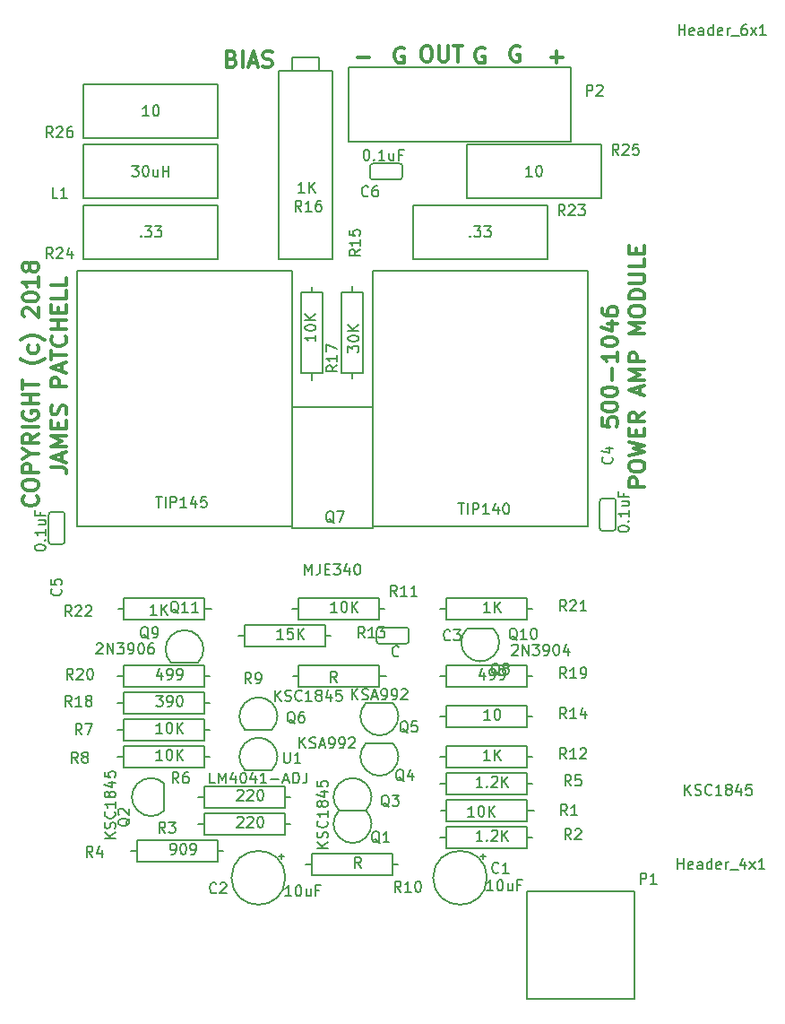
<source format=gto>
G04 #@! TF.FileFunction,Legend,Top*
%FSLAX46Y46*%
G04 Gerber Fmt 4.6, Leading zero omitted, Abs format (unit mm)*
G04 Created by KiCad (PCBNEW 4.0.7) date 02/13/18 13:08:00*
%MOMM*%
%LPD*%
G01*
G04 APERTURE LIST*
%ADD10C,0.100000*%
%ADD11C,0.300000*%
%ADD12C,0.150000*%
G04 APERTURE END LIST*
D10*
D11*
X158182571Y-118751857D02*
X159254000Y-118751857D01*
X159468286Y-118823285D01*
X159611143Y-118966142D01*
X159682571Y-119180428D01*
X159682571Y-119323285D01*
X159254000Y-118109000D02*
X159254000Y-117394714D01*
X159682571Y-118251857D02*
X158182571Y-117751857D01*
X159682571Y-117251857D01*
X159682571Y-116751857D02*
X158182571Y-116751857D01*
X159254000Y-116251857D01*
X158182571Y-115751857D01*
X159682571Y-115751857D01*
X158896857Y-115037571D02*
X158896857Y-114537571D01*
X159682571Y-114323285D02*
X159682571Y-115037571D01*
X158182571Y-115037571D01*
X158182571Y-114323285D01*
X159611143Y-113751857D02*
X159682571Y-113537571D01*
X159682571Y-113180428D01*
X159611143Y-113037571D01*
X159539714Y-112966142D01*
X159396857Y-112894714D01*
X159254000Y-112894714D01*
X159111143Y-112966142D01*
X159039714Y-113037571D01*
X158968286Y-113180428D01*
X158896857Y-113466142D01*
X158825429Y-113609000D01*
X158754000Y-113680428D01*
X158611143Y-113751857D01*
X158468286Y-113751857D01*
X158325429Y-113680428D01*
X158254000Y-113609000D01*
X158182571Y-113466142D01*
X158182571Y-113109000D01*
X158254000Y-112894714D01*
X159682571Y-111109000D02*
X158182571Y-111109000D01*
X158182571Y-110537572D01*
X158254000Y-110394714D01*
X158325429Y-110323286D01*
X158468286Y-110251857D01*
X158682571Y-110251857D01*
X158825429Y-110323286D01*
X158896857Y-110394714D01*
X158968286Y-110537572D01*
X158968286Y-111109000D01*
X159254000Y-109680429D02*
X159254000Y-108966143D01*
X159682571Y-109823286D02*
X158182571Y-109323286D01*
X159682571Y-108823286D01*
X158182571Y-108537572D02*
X158182571Y-107680429D01*
X159682571Y-108109000D02*
X158182571Y-108109000D01*
X159539714Y-106323286D02*
X159611143Y-106394715D01*
X159682571Y-106609001D01*
X159682571Y-106751858D01*
X159611143Y-106966143D01*
X159468286Y-107109001D01*
X159325429Y-107180429D01*
X159039714Y-107251858D01*
X158825429Y-107251858D01*
X158539714Y-107180429D01*
X158396857Y-107109001D01*
X158254000Y-106966143D01*
X158182571Y-106751858D01*
X158182571Y-106609001D01*
X158254000Y-106394715D01*
X158325429Y-106323286D01*
X159682571Y-105680429D02*
X158182571Y-105680429D01*
X158896857Y-105680429D02*
X158896857Y-104823286D01*
X159682571Y-104823286D02*
X158182571Y-104823286D01*
X158896857Y-104109000D02*
X158896857Y-103609000D01*
X159682571Y-103394714D02*
X159682571Y-104109000D01*
X158182571Y-104109000D01*
X158182571Y-103394714D01*
X159682571Y-102037571D02*
X159682571Y-102751857D01*
X158182571Y-102751857D01*
X159682571Y-100823285D02*
X159682571Y-101537571D01*
X158182571Y-101537571D01*
X156872714Y-121442427D02*
X156944143Y-121513856D01*
X157015571Y-121728142D01*
X157015571Y-121870999D01*
X156944143Y-122085284D01*
X156801286Y-122228142D01*
X156658429Y-122299570D01*
X156372714Y-122370999D01*
X156158429Y-122370999D01*
X155872714Y-122299570D01*
X155729857Y-122228142D01*
X155587000Y-122085284D01*
X155515571Y-121870999D01*
X155515571Y-121728142D01*
X155587000Y-121513856D01*
X155658429Y-121442427D01*
X155515571Y-120513856D02*
X155515571Y-120228142D01*
X155587000Y-120085284D01*
X155729857Y-119942427D01*
X156015571Y-119870999D01*
X156515571Y-119870999D01*
X156801286Y-119942427D01*
X156944143Y-120085284D01*
X157015571Y-120228142D01*
X157015571Y-120513856D01*
X156944143Y-120656713D01*
X156801286Y-120799570D01*
X156515571Y-120870999D01*
X156015571Y-120870999D01*
X155729857Y-120799570D01*
X155587000Y-120656713D01*
X155515571Y-120513856D01*
X157015571Y-119228141D02*
X155515571Y-119228141D01*
X155515571Y-118656713D01*
X155587000Y-118513855D01*
X155658429Y-118442427D01*
X155801286Y-118370998D01*
X156015571Y-118370998D01*
X156158429Y-118442427D01*
X156229857Y-118513855D01*
X156301286Y-118656713D01*
X156301286Y-119228141D01*
X156301286Y-117442427D02*
X157015571Y-117442427D01*
X155515571Y-117942427D02*
X156301286Y-117442427D01*
X155515571Y-116942427D01*
X157015571Y-115585284D02*
X156301286Y-116085284D01*
X157015571Y-116442427D02*
X155515571Y-116442427D01*
X155515571Y-115870999D01*
X155587000Y-115728141D01*
X155658429Y-115656713D01*
X155801286Y-115585284D01*
X156015571Y-115585284D01*
X156158429Y-115656713D01*
X156229857Y-115728141D01*
X156301286Y-115870999D01*
X156301286Y-116442427D01*
X157015571Y-114942427D02*
X155515571Y-114942427D01*
X155587000Y-113442427D02*
X155515571Y-113585284D01*
X155515571Y-113799570D01*
X155587000Y-114013855D01*
X155729857Y-114156713D01*
X155872714Y-114228141D01*
X156158429Y-114299570D01*
X156372714Y-114299570D01*
X156658429Y-114228141D01*
X156801286Y-114156713D01*
X156944143Y-114013855D01*
X157015571Y-113799570D01*
X157015571Y-113656713D01*
X156944143Y-113442427D01*
X156872714Y-113370998D01*
X156372714Y-113370998D01*
X156372714Y-113656713D01*
X157015571Y-112728141D02*
X155515571Y-112728141D01*
X156229857Y-112728141D02*
X156229857Y-111870998D01*
X157015571Y-111870998D02*
X155515571Y-111870998D01*
X155515571Y-111370998D02*
X155515571Y-110513855D01*
X157015571Y-110942426D02*
X155515571Y-110942426D01*
X157587000Y-108442427D02*
X157515571Y-108513855D01*
X157301286Y-108656712D01*
X157158429Y-108728141D01*
X156944143Y-108799570D01*
X156587000Y-108870998D01*
X156301286Y-108870998D01*
X155944143Y-108799570D01*
X155729857Y-108728141D01*
X155587000Y-108656712D01*
X155372714Y-108513855D01*
X155301286Y-108442427D01*
X156944143Y-107228141D02*
X157015571Y-107370998D01*
X157015571Y-107656712D01*
X156944143Y-107799570D01*
X156872714Y-107870998D01*
X156729857Y-107942427D01*
X156301286Y-107942427D01*
X156158429Y-107870998D01*
X156087000Y-107799570D01*
X156015571Y-107656712D01*
X156015571Y-107370998D01*
X156087000Y-107228141D01*
X157587000Y-106728141D02*
X157515571Y-106656713D01*
X157301286Y-106513856D01*
X157158429Y-106442427D01*
X156944143Y-106370998D01*
X156587000Y-106299570D01*
X156301286Y-106299570D01*
X155944143Y-106370998D01*
X155729857Y-106442427D01*
X155587000Y-106513856D01*
X155372714Y-106656713D01*
X155301286Y-106728141D01*
X155658429Y-104513856D02*
X155587000Y-104442427D01*
X155515571Y-104299570D01*
X155515571Y-103942427D01*
X155587000Y-103799570D01*
X155658429Y-103728141D01*
X155801286Y-103656713D01*
X155944143Y-103656713D01*
X156158429Y-103728141D01*
X157015571Y-104585284D01*
X157015571Y-103656713D01*
X155515571Y-102728142D02*
X155515571Y-102585285D01*
X155587000Y-102442428D01*
X155658429Y-102370999D01*
X155801286Y-102299570D01*
X156087000Y-102228142D01*
X156444143Y-102228142D01*
X156729857Y-102299570D01*
X156872714Y-102370999D01*
X156944143Y-102442428D01*
X157015571Y-102585285D01*
X157015571Y-102728142D01*
X156944143Y-102870999D01*
X156872714Y-102942428D01*
X156729857Y-103013856D01*
X156444143Y-103085285D01*
X156087000Y-103085285D01*
X155801286Y-103013856D01*
X155658429Y-102942428D01*
X155587000Y-102870999D01*
X155515571Y-102728142D01*
X157015571Y-100799571D02*
X157015571Y-101656714D01*
X157015571Y-101228142D02*
X155515571Y-101228142D01*
X155729857Y-101370999D01*
X155872714Y-101513857D01*
X155944143Y-101656714D01*
X156158429Y-99942428D02*
X156087000Y-100085286D01*
X156015571Y-100156714D01*
X155872714Y-100228143D01*
X155801286Y-100228143D01*
X155658429Y-100156714D01*
X155587000Y-100085286D01*
X155515571Y-99942428D01*
X155515571Y-99656714D01*
X155587000Y-99513857D01*
X155658429Y-99442428D01*
X155801286Y-99371000D01*
X155872714Y-99371000D01*
X156015571Y-99442428D01*
X156087000Y-99513857D01*
X156158429Y-99656714D01*
X156158429Y-99942428D01*
X156229857Y-100085286D01*
X156301286Y-100156714D01*
X156444143Y-100228143D01*
X156729857Y-100228143D01*
X156872714Y-100156714D01*
X156944143Y-100085286D01*
X157015571Y-99942428D01*
X157015571Y-99656714D01*
X156944143Y-99513857D01*
X156872714Y-99442428D01*
X156729857Y-99371000D01*
X156444143Y-99371000D01*
X156301286Y-99442428D01*
X156229857Y-99513857D01*
X156158429Y-99656714D01*
X210247571Y-114077141D02*
X210247571Y-114791427D01*
X210961857Y-114862856D01*
X210890429Y-114791427D01*
X210819000Y-114648570D01*
X210819000Y-114291427D01*
X210890429Y-114148570D01*
X210961857Y-114077141D01*
X211104714Y-114005713D01*
X211461857Y-114005713D01*
X211604714Y-114077141D01*
X211676143Y-114148570D01*
X211747571Y-114291427D01*
X211747571Y-114648570D01*
X211676143Y-114791427D01*
X211604714Y-114862856D01*
X210247571Y-113077142D02*
X210247571Y-112934285D01*
X210319000Y-112791428D01*
X210390429Y-112719999D01*
X210533286Y-112648570D01*
X210819000Y-112577142D01*
X211176143Y-112577142D01*
X211461857Y-112648570D01*
X211604714Y-112719999D01*
X211676143Y-112791428D01*
X211747571Y-112934285D01*
X211747571Y-113077142D01*
X211676143Y-113219999D01*
X211604714Y-113291428D01*
X211461857Y-113362856D01*
X211176143Y-113434285D01*
X210819000Y-113434285D01*
X210533286Y-113362856D01*
X210390429Y-113291428D01*
X210319000Y-113219999D01*
X210247571Y-113077142D01*
X210247571Y-111648571D02*
X210247571Y-111505714D01*
X210319000Y-111362857D01*
X210390429Y-111291428D01*
X210533286Y-111219999D01*
X210819000Y-111148571D01*
X211176143Y-111148571D01*
X211461857Y-111219999D01*
X211604714Y-111291428D01*
X211676143Y-111362857D01*
X211747571Y-111505714D01*
X211747571Y-111648571D01*
X211676143Y-111791428D01*
X211604714Y-111862857D01*
X211461857Y-111934285D01*
X211176143Y-112005714D01*
X210819000Y-112005714D01*
X210533286Y-111934285D01*
X210390429Y-111862857D01*
X210319000Y-111791428D01*
X210247571Y-111648571D01*
X211176143Y-110505714D02*
X211176143Y-109362857D01*
X211747571Y-107862857D02*
X211747571Y-108720000D01*
X211747571Y-108291428D02*
X210247571Y-108291428D01*
X210461857Y-108434285D01*
X210604714Y-108577143D01*
X210676143Y-108720000D01*
X210247571Y-106934286D02*
X210247571Y-106791429D01*
X210319000Y-106648572D01*
X210390429Y-106577143D01*
X210533286Y-106505714D01*
X210819000Y-106434286D01*
X211176143Y-106434286D01*
X211461857Y-106505714D01*
X211604714Y-106577143D01*
X211676143Y-106648572D01*
X211747571Y-106791429D01*
X211747571Y-106934286D01*
X211676143Y-107077143D01*
X211604714Y-107148572D01*
X211461857Y-107220000D01*
X211176143Y-107291429D01*
X210819000Y-107291429D01*
X210533286Y-107220000D01*
X210390429Y-107148572D01*
X210319000Y-107077143D01*
X210247571Y-106934286D01*
X210747571Y-105148572D02*
X211747571Y-105148572D01*
X210176143Y-105505715D02*
X211247571Y-105862858D01*
X211247571Y-104934286D01*
X210247571Y-103720001D02*
X210247571Y-104005715D01*
X210319000Y-104148572D01*
X210390429Y-104220001D01*
X210604714Y-104362858D01*
X210890429Y-104434287D01*
X211461857Y-104434287D01*
X211604714Y-104362858D01*
X211676143Y-104291430D01*
X211747571Y-104148572D01*
X211747571Y-103862858D01*
X211676143Y-103720001D01*
X211604714Y-103648572D01*
X211461857Y-103577144D01*
X211104714Y-103577144D01*
X210961857Y-103648572D01*
X210890429Y-103720001D01*
X210819000Y-103862858D01*
X210819000Y-104148572D01*
X210890429Y-104291430D01*
X210961857Y-104362858D01*
X211104714Y-104434287D01*
X214297571Y-120541429D02*
X212797571Y-120541429D01*
X212797571Y-119970001D01*
X212869000Y-119827143D01*
X212940429Y-119755715D01*
X213083286Y-119684286D01*
X213297571Y-119684286D01*
X213440429Y-119755715D01*
X213511857Y-119827143D01*
X213583286Y-119970001D01*
X213583286Y-120541429D01*
X212797571Y-118755715D02*
X212797571Y-118470001D01*
X212869000Y-118327143D01*
X213011857Y-118184286D01*
X213297571Y-118112858D01*
X213797571Y-118112858D01*
X214083286Y-118184286D01*
X214226143Y-118327143D01*
X214297571Y-118470001D01*
X214297571Y-118755715D01*
X214226143Y-118898572D01*
X214083286Y-119041429D01*
X213797571Y-119112858D01*
X213297571Y-119112858D01*
X213011857Y-119041429D01*
X212869000Y-118898572D01*
X212797571Y-118755715D01*
X212797571Y-117612857D02*
X214297571Y-117255714D01*
X213226143Y-116970000D01*
X214297571Y-116684286D01*
X212797571Y-116327143D01*
X213511857Y-115755714D02*
X213511857Y-115255714D01*
X214297571Y-115041428D02*
X214297571Y-115755714D01*
X212797571Y-115755714D01*
X212797571Y-115041428D01*
X214297571Y-113541428D02*
X213583286Y-114041428D01*
X214297571Y-114398571D02*
X212797571Y-114398571D01*
X212797571Y-113827143D01*
X212869000Y-113684285D01*
X212940429Y-113612857D01*
X213083286Y-113541428D01*
X213297571Y-113541428D01*
X213440429Y-113612857D01*
X213511857Y-113684285D01*
X213583286Y-113827143D01*
X213583286Y-114398571D01*
X213869000Y-111827143D02*
X213869000Y-111112857D01*
X214297571Y-111970000D02*
X212797571Y-111470000D01*
X214297571Y-110970000D01*
X214297571Y-110470000D02*
X212797571Y-110470000D01*
X213869000Y-109970000D01*
X212797571Y-109470000D01*
X214297571Y-109470000D01*
X214297571Y-108755714D02*
X212797571Y-108755714D01*
X212797571Y-108184286D01*
X212869000Y-108041428D01*
X212940429Y-107970000D01*
X213083286Y-107898571D01*
X213297571Y-107898571D01*
X213440429Y-107970000D01*
X213511857Y-108041428D01*
X213583286Y-108184286D01*
X213583286Y-108755714D01*
X214297571Y-106112857D02*
X212797571Y-106112857D01*
X213869000Y-105612857D01*
X212797571Y-105112857D01*
X214297571Y-105112857D01*
X212797571Y-104112857D02*
X212797571Y-103827143D01*
X212869000Y-103684285D01*
X213011857Y-103541428D01*
X213297571Y-103470000D01*
X213797571Y-103470000D01*
X214083286Y-103541428D01*
X214226143Y-103684285D01*
X214297571Y-103827143D01*
X214297571Y-104112857D01*
X214226143Y-104255714D01*
X214083286Y-104398571D01*
X213797571Y-104470000D01*
X213297571Y-104470000D01*
X213011857Y-104398571D01*
X212869000Y-104255714D01*
X212797571Y-104112857D01*
X214297571Y-102827142D02*
X212797571Y-102827142D01*
X212797571Y-102469999D01*
X212869000Y-102255714D01*
X213011857Y-102112856D01*
X213154714Y-102041428D01*
X213440429Y-101969999D01*
X213654714Y-101969999D01*
X213940429Y-102041428D01*
X214083286Y-102112856D01*
X214226143Y-102255714D01*
X214297571Y-102469999D01*
X214297571Y-102827142D01*
X212797571Y-101327142D02*
X214011857Y-101327142D01*
X214154714Y-101255714D01*
X214226143Y-101184285D01*
X214297571Y-101041428D01*
X214297571Y-100755714D01*
X214226143Y-100612856D01*
X214154714Y-100541428D01*
X214011857Y-100469999D01*
X212797571Y-100469999D01*
X214297571Y-99041427D02*
X214297571Y-99755713D01*
X212797571Y-99755713D01*
X213511857Y-98541427D02*
X213511857Y-98041427D01*
X214297571Y-97827141D02*
X214297571Y-98541427D01*
X212797571Y-98541427D01*
X212797571Y-97827141D01*
X175303858Y-80156857D02*
X175518144Y-80228286D01*
X175589572Y-80299714D01*
X175661001Y-80442571D01*
X175661001Y-80656857D01*
X175589572Y-80799714D01*
X175518144Y-80871143D01*
X175375286Y-80942571D01*
X174803858Y-80942571D01*
X174803858Y-79442571D01*
X175303858Y-79442571D01*
X175446715Y-79514000D01*
X175518144Y-79585429D01*
X175589572Y-79728286D01*
X175589572Y-79871143D01*
X175518144Y-80014000D01*
X175446715Y-80085429D01*
X175303858Y-80156857D01*
X174803858Y-80156857D01*
X176303858Y-80942571D02*
X176303858Y-79442571D01*
X176946715Y-80514000D02*
X177661001Y-80514000D01*
X176803858Y-80942571D02*
X177303858Y-79442571D01*
X177803858Y-80942571D01*
X178232429Y-80871143D02*
X178446715Y-80942571D01*
X178803858Y-80942571D01*
X178946715Y-80871143D01*
X179018144Y-80799714D01*
X179089572Y-80656857D01*
X179089572Y-80514000D01*
X179018144Y-80371143D01*
X178946715Y-80299714D01*
X178803858Y-80228286D01*
X178518144Y-80156857D01*
X178375286Y-80085429D01*
X178303858Y-80014000D01*
X178232429Y-79871143D01*
X178232429Y-79728286D01*
X178303858Y-79585429D01*
X178375286Y-79514000D01*
X178518144Y-79442571D01*
X178875286Y-79442571D01*
X179089572Y-79514000D01*
X202449857Y-79006000D02*
X202307000Y-78934571D01*
X202092714Y-78934571D01*
X201878429Y-79006000D01*
X201735571Y-79148857D01*
X201664143Y-79291714D01*
X201592714Y-79577429D01*
X201592714Y-79791714D01*
X201664143Y-80077429D01*
X201735571Y-80220286D01*
X201878429Y-80363143D01*
X202092714Y-80434571D01*
X202235571Y-80434571D01*
X202449857Y-80363143D01*
X202521286Y-80291714D01*
X202521286Y-79791714D01*
X202235571Y-79791714D01*
X199147857Y-79133000D02*
X199005000Y-79061571D01*
X198790714Y-79061571D01*
X198576429Y-79133000D01*
X198433571Y-79275857D01*
X198362143Y-79418714D01*
X198290714Y-79704429D01*
X198290714Y-79918714D01*
X198362143Y-80204429D01*
X198433571Y-80347286D01*
X198576429Y-80490143D01*
X198790714Y-80561571D01*
X198933571Y-80561571D01*
X199147857Y-80490143D01*
X199219286Y-80418714D01*
X199219286Y-79918714D01*
X198933571Y-79918714D01*
X193572000Y-78934571D02*
X193857714Y-78934571D01*
X194000572Y-79006000D01*
X194143429Y-79148857D01*
X194214857Y-79434571D01*
X194214857Y-79934571D01*
X194143429Y-80220286D01*
X194000572Y-80363143D01*
X193857714Y-80434571D01*
X193572000Y-80434571D01*
X193429143Y-80363143D01*
X193286286Y-80220286D01*
X193214857Y-79934571D01*
X193214857Y-79434571D01*
X193286286Y-79148857D01*
X193429143Y-79006000D01*
X193572000Y-78934571D01*
X194857715Y-78934571D02*
X194857715Y-80148857D01*
X194929143Y-80291714D01*
X195000572Y-80363143D01*
X195143429Y-80434571D01*
X195429143Y-80434571D01*
X195572001Y-80363143D01*
X195643429Y-80291714D01*
X195714858Y-80148857D01*
X195714858Y-78934571D01*
X196214858Y-78934571D02*
X197072001Y-78934571D01*
X196643430Y-80434571D02*
X196643430Y-78934571D01*
X191527857Y-79133000D02*
X191385000Y-79061571D01*
X191170714Y-79061571D01*
X190956429Y-79133000D01*
X190813571Y-79275857D01*
X190742143Y-79418714D01*
X190670714Y-79704429D01*
X190670714Y-79918714D01*
X190742143Y-80204429D01*
X190813571Y-80347286D01*
X190956429Y-80490143D01*
X191170714Y-80561571D01*
X191313571Y-80561571D01*
X191527857Y-80490143D01*
X191599286Y-80418714D01*
X191599286Y-79918714D01*
X191313571Y-79918714D01*
X187134572Y-79990143D02*
X188277429Y-79990143D01*
X205422572Y-79990143D02*
X206565429Y-79990143D01*
X205994000Y-80561571D02*
X205994000Y-79418714D01*
D12*
X199263000Y-155448000D02*
X198755000Y-155448000D01*
X199009000Y-155194000D02*
X199009000Y-155702000D01*
X199390000Y-157480000D02*
G75*
G03X199390000Y-157480000I-2540000J0D01*
G01*
X180213000Y-155448000D02*
X179705000Y-155448000D01*
X179959000Y-155194000D02*
X179959000Y-155702000D01*
X180340000Y-157480000D02*
G75*
G03X180340000Y-157480000I-2540000J0D01*
G01*
X191770000Y-135382000D02*
G75*
G03X192024000Y-135128000I0J254000D01*
G01*
X188976000Y-135128000D02*
G75*
G03X189230000Y-135382000I254000J0D01*
G01*
X189230000Y-133858000D02*
G75*
G03X188976000Y-134112000I0J-254000D01*
G01*
X192024000Y-134112000D02*
G75*
G03X191770000Y-133858000I-254000J0D01*
G01*
X191770000Y-133858000D02*
X189230000Y-133858000D01*
X189230000Y-135382000D02*
X191770000Y-135382000D01*
X188976000Y-134112000D02*
X188976000Y-135128000D01*
X192024000Y-134620000D02*
X192024000Y-135128000D01*
X192024000Y-134620000D02*
X192024000Y-134112000D01*
X211582000Y-121920000D02*
G75*
G03X211328000Y-121666000I-254000J0D01*
G01*
X211328000Y-124714000D02*
G75*
G03X211582000Y-124460000I0J254000D01*
G01*
X210058000Y-124460000D02*
G75*
G03X210312000Y-124714000I254000J0D01*
G01*
X210312000Y-121666000D02*
G75*
G03X210058000Y-121920000I0J-254000D01*
G01*
X210058000Y-121920000D02*
X210058000Y-124460000D01*
X211582000Y-124460000D02*
X211582000Y-121920000D01*
X210312000Y-124714000D02*
X211328000Y-124714000D01*
X210820000Y-121666000D02*
X211328000Y-121666000D01*
X210820000Y-121666000D02*
X210312000Y-121666000D01*
X157988000Y-125730000D02*
G75*
G03X158242000Y-125984000I254000J0D01*
G01*
X158242000Y-122936000D02*
G75*
G03X157988000Y-123190000I0J-254000D01*
G01*
X159512000Y-123190000D02*
G75*
G03X159258000Y-122936000I-254000J0D01*
G01*
X159258000Y-125984000D02*
G75*
G03X159512000Y-125730000I0J254000D01*
G01*
X159512000Y-125730000D02*
X159512000Y-123190000D01*
X157988000Y-123190000D02*
X157988000Y-125730000D01*
X159258000Y-122936000D02*
X158242000Y-122936000D01*
X158750000Y-125984000D02*
X158242000Y-125984000D01*
X158750000Y-125984000D02*
X159258000Y-125984000D01*
X188595000Y-90043000D02*
G75*
G03X188341000Y-90297000I0J-254000D01*
G01*
X191389000Y-90297000D02*
G75*
G03X191135000Y-90043000I-254000J0D01*
G01*
X191135000Y-91567000D02*
G75*
G03X191389000Y-91313000I0J254000D01*
G01*
X188341000Y-91313000D02*
G75*
G03X188595000Y-91567000I254000J0D01*
G01*
X188595000Y-91567000D02*
X191135000Y-91567000D01*
X191135000Y-90043000D02*
X188595000Y-90043000D01*
X191389000Y-91313000D02*
X191389000Y-90297000D01*
X188341000Y-90805000D02*
X188341000Y-90297000D01*
X188341000Y-90805000D02*
X188341000Y-91313000D01*
X161290000Y-88265000D02*
X161290000Y-93345000D01*
X161290000Y-93345000D02*
X173990000Y-93345000D01*
X173990000Y-93345000D02*
X173990000Y-88265000D01*
X173990000Y-88265000D02*
X161290000Y-88265000D01*
X187960000Y-153670000D02*
G75*
G03X187960000Y-151130000I-1270000J1270000D01*
G01*
X185420000Y-153670000D02*
G75*
G03X187960000Y-153670000I1270000J1270000D01*
G01*
X185420000Y-151130000D02*
G75*
G03X185420000Y-153670000I1270000J-1270000D01*
G01*
X187960000Y-151130000D02*
X185420000Y-151130000D01*
X166370000Y-151130000D02*
G75*
G03X168910000Y-151130000I1270000J1270000D01*
G01*
X166370000Y-148590000D02*
G75*
G03X166370000Y-151130000I1270000J-1270000D01*
G01*
X168910000Y-148590000D02*
G75*
G03X166370000Y-148590000I-1270000J-1270000D01*
G01*
X168910000Y-151130000D02*
X168910000Y-148590000D01*
X185420000Y-148590000D02*
G75*
G03X185420000Y-151130000I1270000J-1270000D01*
G01*
X187960000Y-148590000D02*
G75*
G03X185420000Y-148590000I-1270000J-1270000D01*
G01*
X187960000Y-151130000D02*
G75*
G03X187960000Y-148590000I-1270000J1270000D01*
G01*
X185420000Y-151130000D02*
X187960000Y-151130000D01*
X190500000Y-147320000D02*
G75*
G03X190500000Y-144780000I-1270000J1270000D01*
G01*
X187960000Y-147320000D02*
G75*
G03X190500000Y-147320000I1270000J1270000D01*
G01*
X187960000Y-144780000D02*
G75*
G03X187960000Y-147320000I1270000J-1270000D01*
G01*
X190500000Y-144780000D02*
X187960000Y-144780000D01*
X190500000Y-143510000D02*
G75*
G03X190500000Y-140970000I-1270000J1270000D01*
G01*
X187960000Y-143510000D02*
G75*
G03X190500000Y-143510000I1270000J1270000D01*
G01*
X187960000Y-140970000D02*
G75*
G03X187960000Y-143510000I1270000J-1270000D01*
G01*
X190500000Y-140970000D02*
X187960000Y-140970000D01*
X176530000Y-140970000D02*
G75*
G03X176530000Y-143510000I1270000J-1270000D01*
G01*
X179070000Y-140970000D02*
G75*
G03X176530000Y-140970000I-1270000J-1270000D01*
G01*
X179070000Y-143510000D02*
G75*
G03X179070000Y-140970000I-1270000J1270000D01*
G01*
X176530000Y-143510000D02*
X179070000Y-143510000D01*
X180975000Y-113030000D02*
X180975000Y-124460000D01*
X188595000Y-113030000D02*
X180975000Y-113030000D01*
X188595000Y-124460000D02*
X188595000Y-113030000D01*
X180975000Y-124460000D02*
X188595000Y-124460000D01*
X200025000Y-136525000D02*
G75*
G03X200025000Y-133985000I-1270000J1270000D01*
G01*
X197485000Y-136525000D02*
G75*
G03X200025000Y-136525000I1270000J1270000D01*
G01*
X197485000Y-133985000D02*
G75*
G03X197485000Y-136525000I1270000J-1270000D01*
G01*
X200025000Y-133985000D02*
X197485000Y-133985000D01*
X169545000Y-134620000D02*
G75*
G03X169545000Y-137160000I1270000J-1270000D01*
G01*
X172085000Y-134620000D02*
G75*
G03X169545000Y-134620000I-1270000J-1270000D01*
G01*
X172085000Y-137160000D02*
G75*
G03X172085000Y-134620000I-1270000J1270000D01*
G01*
X169545000Y-137160000D02*
X172085000Y-137160000D01*
X188595000Y-100203000D02*
X188595000Y-124333000D01*
X208915000Y-100203000D02*
X188595000Y-100203000D01*
X208915000Y-124333000D02*
X208915000Y-100203000D01*
X188595000Y-124333000D02*
X208915000Y-124333000D01*
X160655000Y-100203000D02*
X160655000Y-124333000D01*
X180975000Y-100203000D02*
X160655000Y-100203000D01*
X180975000Y-124333000D02*
X180975000Y-100203000D01*
X160655000Y-124333000D02*
X180975000Y-124333000D01*
X195580000Y-150114000D02*
X195580000Y-152146000D01*
X203200000Y-150114000D02*
X203200000Y-152146000D01*
X195580000Y-151130000D02*
X195072000Y-151130000D01*
X203835000Y-151130000D02*
X203200000Y-151130000D01*
X195580000Y-152146000D02*
X203200000Y-152146000D01*
X203200000Y-150114000D02*
X195580000Y-150114000D01*
X203200000Y-154686000D02*
X203200000Y-152654000D01*
X195580000Y-154686000D02*
X195580000Y-152654000D01*
X203200000Y-153670000D02*
X203708000Y-153670000D01*
X194945000Y-153670000D02*
X195580000Y-153670000D01*
X203200000Y-152654000D02*
X195580000Y-152654000D01*
X195580000Y-154686000D02*
X203200000Y-154686000D01*
X180340000Y-153416000D02*
X180340000Y-151384000D01*
X172720000Y-153416000D02*
X172720000Y-151384000D01*
X180340000Y-152400000D02*
X180848000Y-152400000D01*
X172085000Y-152400000D02*
X172720000Y-152400000D01*
X180340000Y-151384000D02*
X172720000Y-151384000D01*
X172720000Y-153416000D02*
X180340000Y-153416000D01*
X173990000Y-155956000D02*
X173990000Y-153924000D01*
X166370000Y-155956000D02*
X166370000Y-153924000D01*
X173990000Y-154940000D02*
X174498000Y-154940000D01*
X165735000Y-154940000D02*
X166370000Y-154940000D01*
X173990000Y-153924000D02*
X166370000Y-153924000D01*
X166370000Y-155956000D02*
X173990000Y-155956000D01*
X203200000Y-149606000D02*
X203200000Y-147574000D01*
X195580000Y-149606000D02*
X195580000Y-147574000D01*
X203200000Y-148590000D02*
X203708000Y-148590000D01*
X194945000Y-148590000D02*
X195580000Y-148590000D01*
X203200000Y-147574000D02*
X195580000Y-147574000D01*
X195580000Y-149606000D02*
X203200000Y-149606000D01*
X180340000Y-150876000D02*
X180340000Y-148844000D01*
X172720000Y-150876000D02*
X172720000Y-148844000D01*
X180340000Y-149860000D02*
X180848000Y-149860000D01*
X172085000Y-149860000D02*
X172720000Y-149860000D01*
X180340000Y-148844000D02*
X172720000Y-148844000D01*
X172720000Y-150876000D02*
X180340000Y-150876000D01*
X172720000Y-144526000D02*
X172720000Y-142494000D01*
X165100000Y-144526000D02*
X165100000Y-142494000D01*
X172720000Y-143510000D02*
X173228000Y-143510000D01*
X164465000Y-143510000D02*
X165100000Y-143510000D01*
X172720000Y-142494000D02*
X165100000Y-142494000D01*
X165100000Y-144526000D02*
X172720000Y-144526000D01*
X172720000Y-147066000D02*
X172720000Y-145034000D01*
X165100000Y-147066000D02*
X165100000Y-145034000D01*
X172720000Y-146050000D02*
X173228000Y-146050000D01*
X164465000Y-146050000D02*
X165100000Y-146050000D01*
X172720000Y-145034000D02*
X165100000Y-145034000D01*
X165100000Y-147066000D02*
X172720000Y-147066000D01*
X181610000Y-137414000D02*
X181610000Y-139446000D01*
X189230000Y-137414000D02*
X189230000Y-139446000D01*
X181610000Y-138430000D02*
X181102000Y-138430000D01*
X189865000Y-138430000D02*
X189230000Y-138430000D01*
X181610000Y-139446000D02*
X189230000Y-139446000D01*
X189230000Y-137414000D02*
X181610000Y-137414000D01*
X190500000Y-157226000D02*
X190500000Y-155194000D01*
X182880000Y-157226000D02*
X182880000Y-155194000D01*
X190500000Y-156210000D02*
X191008000Y-156210000D01*
X182245000Y-156210000D02*
X182880000Y-156210000D01*
X190500000Y-155194000D02*
X182880000Y-155194000D01*
X182880000Y-157226000D02*
X190500000Y-157226000D01*
X189230000Y-133096000D02*
X189230000Y-131064000D01*
X181610000Y-133096000D02*
X181610000Y-131064000D01*
X189230000Y-132080000D02*
X189738000Y-132080000D01*
X180975000Y-132080000D02*
X181610000Y-132080000D01*
X189230000Y-131064000D02*
X181610000Y-131064000D01*
X181610000Y-133096000D02*
X189230000Y-133096000D01*
X203200000Y-147066000D02*
X203200000Y-145034000D01*
X195580000Y-147066000D02*
X195580000Y-145034000D01*
X203200000Y-146050000D02*
X203708000Y-146050000D01*
X194945000Y-146050000D02*
X195580000Y-146050000D01*
X203200000Y-145034000D02*
X195580000Y-145034000D01*
X195580000Y-147066000D02*
X203200000Y-147066000D01*
X184150000Y-135636000D02*
X184150000Y-133604000D01*
X176530000Y-135636000D02*
X176530000Y-133604000D01*
X184150000Y-134620000D02*
X184658000Y-134620000D01*
X175895000Y-134620000D02*
X176530000Y-134620000D01*
X184150000Y-133604000D02*
X176530000Y-133604000D01*
X176530000Y-135636000D02*
X184150000Y-135636000D01*
X203200000Y-143256000D02*
X203200000Y-141224000D01*
X195580000Y-143256000D02*
X195580000Y-141224000D01*
X203200000Y-142240000D02*
X203708000Y-142240000D01*
X194945000Y-142240000D02*
X195580000Y-142240000D01*
X203200000Y-141224000D02*
X195580000Y-141224000D01*
X195580000Y-143256000D02*
X203200000Y-143256000D01*
X185674000Y-109855000D02*
X187706000Y-109855000D01*
X185674000Y-102235000D02*
X187706000Y-102235000D01*
X186690000Y-109855000D02*
X186690000Y-110363000D01*
X186690000Y-101600000D02*
X186690000Y-102235000D01*
X187706000Y-109855000D02*
X187706000Y-102235000D01*
X185674000Y-102235000D02*
X185674000Y-109855000D01*
X180975000Y-81280000D02*
X180975000Y-80010000D01*
X180975000Y-80010000D02*
X183515000Y-80010000D01*
X183515000Y-80010000D02*
X183515000Y-81280000D01*
X179705000Y-81280000D02*
X184785000Y-81280000D01*
X184785000Y-81280000D02*
X184785000Y-99060000D01*
X184785000Y-99060000D02*
X179705000Y-99060000D01*
X179705000Y-99060000D02*
X179705000Y-81280000D01*
X183896000Y-102235000D02*
X181864000Y-102235000D01*
X183896000Y-109855000D02*
X181864000Y-109855000D01*
X182880000Y-102235000D02*
X182880000Y-101727000D01*
X182880000Y-110490000D02*
X182880000Y-109855000D01*
X181864000Y-102235000D02*
X181864000Y-109855000D01*
X183896000Y-109855000D02*
X183896000Y-102235000D01*
X172720000Y-141986000D02*
X172720000Y-139954000D01*
X165100000Y-141986000D02*
X165100000Y-139954000D01*
X172720000Y-140970000D02*
X173228000Y-140970000D01*
X164465000Y-140970000D02*
X165100000Y-140970000D01*
X172720000Y-139954000D02*
X165100000Y-139954000D01*
X165100000Y-141986000D02*
X172720000Y-141986000D01*
X203200000Y-139446000D02*
X203200000Y-137414000D01*
X195580000Y-139446000D02*
X195580000Y-137414000D01*
X203200000Y-138430000D02*
X203708000Y-138430000D01*
X194945000Y-138430000D02*
X195580000Y-138430000D01*
X203200000Y-137414000D02*
X195580000Y-137414000D01*
X195580000Y-139446000D02*
X203200000Y-139446000D01*
X172720000Y-139446000D02*
X172720000Y-137414000D01*
X165100000Y-139446000D02*
X165100000Y-137414000D01*
X172720000Y-138430000D02*
X173228000Y-138430000D01*
X164465000Y-138430000D02*
X165100000Y-138430000D01*
X172720000Y-137414000D02*
X165100000Y-137414000D01*
X165100000Y-139446000D02*
X172720000Y-139446000D01*
X203200000Y-133096000D02*
X203200000Y-131064000D01*
X195580000Y-133096000D02*
X195580000Y-131064000D01*
X203200000Y-132080000D02*
X203708000Y-132080000D01*
X194945000Y-132080000D02*
X195580000Y-132080000D01*
X203200000Y-131064000D02*
X195580000Y-131064000D01*
X195580000Y-133096000D02*
X203200000Y-133096000D01*
X165100000Y-131064000D02*
X165100000Y-133096000D01*
X172720000Y-131064000D02*
X172720000Y-133096000D01*
X165100000Y-132080000D02*
X164592000Y-132080000D01*
X173355000Y-132080000D02*
X172720000Y-132080000D01*
X165100000Y-133096000D02*
X172720000Y-133096000D01*
X172720000Y-131064000D02*
X165100000Y-131064000D01*
X205105000Y-99060000D02*
X205105000Y-93980000D01*
X205105000Y-93980000D02*
X192405000Y-93980000D01*
X192405000Y-93980000D02*
X192405000Y-99060000D01*
X192405000Y-99060000D02*
X205105000Y-99060000D01*
X161290000Y-93980000D02*
X161290000Y-99060000D01*
X161290000Y-99060000D02*
X173990000Y-99060000D01*
X173990000Y-99060000D02*
X173990000Y-93980000D01*
X173990000Y-93980000D02*
X161290000Y-93980000D01*
X176530000Y-144780000D02*
G75*
G03X176530000Y-147320000I1270000J-1270000D01*
G01*
X179070000Y-144780000D02*
G75*
G03X176530000Y-144780000I-1270000J-1270000D01*
G01*
X179070000Y-147320000D02*
G75*
G03X179070000Y-144780000I-1270000J1270000D01*
G01*
X176530000Y-147320000D02*
X179070000Y-147320000D01*
X186350000Y-80955000D02*
X207350000Y-80955000D01*
X207350000Y-80955000D02*
X207350000Y-87955000D01*
X207350000Y-87955000D02*
X186350000Y-87955000D01*
X186350000Y-87955000D02*
X186350000Y-80955000D01*
X210185000Y-93345000D02*
X210185000Y-88265000D01*
X210185000Y-88265000D02*
X197485000Y-88265000D01*
X197485000Y-88265000D02*
X197485000Y-93345000D01*
X197485000Y-93345000D02*
X210185000Y-93345000D01*
X161290000Y-82550000D02*
X161290000Y-87630000D01*
X161290000Y-87630000D02*
X173990000Y-87630000D01*
X173990000Y-87630000D02*
X173990000Y-82550000D01*
X173990000Y-82550000D02*
X161290000Y-82550000D01*
X213360000Y-158750000D02*
X203200000Y-158750000D01*
X203200000Y-158750000D02*
X203200000Y-168910000D01*
X203200000Y-168910000D02*
X213360000Y-168910000D01*
X213360000Y-168910000D02*
X213360000Y-158750000D01*
X200493334Y-156948143D02*
X200445715Y-156995762D01*
X200302858Y-157043381D01*
X200207620Y-157043381D01*
X200064762Y-156995762D01*
X199969524Y-156900524D01*
X199921905Y-156805286D01*
X199874286Y-156614810D01*
X199874286Y-156471952D01*
X199921905Y-156281476D01*
X199969524Y-156186238D01*
X200064762Y-156091000D01*
X200207620Y-156043381D01*
X200302858Y-156043381D01*
X200445715Y-156091000D01*
X200493334Y-156138619D01*
X201445715Y-157043381D02*
X200874286Y-157043381D01*
X201160000Y-157043381D02*
X201160000Y-156043381D01*
X201064762Y-156186238D01*
X200969524Y-156281476D01*
X200874286Y-156329095D01*
X199969572Y-158694381D02*
X199398143Y-158694381D01*
X199683857Y-158694381D02*
X199683857Y-157694381D01*
X199588619Y-157837238D01*
X199493381Y-157932476D01*
X199398143Y-157980095D01*
X200588619Y-157694381D02*
X200683858Y-157694381D01*
X200779096Y-157742000D01*
X200826715Y-157789619D01*
X200874334Y-157884857D01*
X200921953Y-158075333D01*
X200921953Y-158313429D01*
X200874334Y-158503905D01*
X200826715Y-158599143D01*
X200779096Y-158646762D01*
X200683858Y-158694381D01*
X200588619Y-158694381D01*
X200493381Y-158646762D01*
X200445762Y-158599143D01*
X200398143Y-158503905D01*
X200350524Y-158313429D01*
X200350524Y-158075333D01*
X200398143Y-157884857D01*
X200445762Y-157789619D01*
X200493381Y-157742000D01*
X200588619Y-157694381D01*
X201779096Y-158027714D02*
X201779096Y-158694381D01*
X201350524Y-158027714D02*
X201350524Y-158551524D01*
X201398143Y-158646762D01*
X201493381Y-158694381D01*
X201636239Y-158694381D01*
X201731477Y-158646762D01*
X201779096Y-158599143D01*
X202588620Y-158170571D02*
X202255286Y-158170571D01*
X202255286Y-158694381D02*
X202255286Y-157694381D01*
X202731477Y-157694381D01*
X173823334Y-158853143D02*
X173775715Y-158900762D01*
X173632858Y-158948381D01*
X173537620Y-158948381D01*
X173394762Y-158900762D01*
X173299524Y-158805524D01*
X173251905Y-158710286D01*
X173204286Y-158519810D01*
X173204286Y-158376952D01*
X173251905Y-158186476D01*
X173299524Y-158091238D01*
X173394762Y-157996000D01*
X173537620Y-157948381D01*
X173632858Y-157948381D01*
X173775715Y-157996000D01*
X173823334Y-158043619D01*
X174204286Y-158043619D02*
X174251905Y-157996000D01*
X174347143Y-157948381D01*
X174585239Y-157948381D01*
X174680477Y-157996000D01*
X174728096Y-158043619D01*
X174775715Y-158138857D01*
X174775715Y-158234095D01*
X174728096Y-158376952D01*
X174156667Y-158948381D01*
X174775715Y-158948381D01*
X180919572Y-159202381D02*
X180348143Y-159202381D01*
X180633857Y-159202381D02*
X180633857Y-158202381D01*
X180538619Y-158345238D01*
X180443381Y-158440476D01*
X180348143Y-158488095D01*
X181538619Y-158202381D02*
X181633858Y-158202381D01*
X181729096Y-158250000D01*
X181776715Y-158297619D01*
X181824334Y-158392857D01*
X181871953Y-158583333D01*
X181871953Y-158821429D01*
X181824334Y-159011905D01*
X181776715Y-159107143D01*
X181729096Y-159154762D01*
X181633858Y-159202381D01*
X181538619Y-159202381D01*
X181443381Y-159154762D01*
X181395762Y-159107143D01*
X181348143Y-159011905D01*
X181300524Y-158821429D01*
X181300524Y-158583333D01*
X181348143Y-158392857D01*
X181395762Y-158297619D01*
X181443381Y-158250000D01*
X181538619Y-158202381D01*
X182729096Y-158535714D02*
X182729096Y-159202381D01*
X182300524Y-158535714D02*
X182300524Y-159059524D01*
X182348143Y-159154762D01*
X182443381Y-159202381D01*
X182586239Y-159202381D01*
X182681477Y-159154762D01*
X182729096Y-159107143D01*
X183538620Y-158678571D02*
X183205286Y-158678571D01*
X183205286Y-159202381D02*
X183205286Y-158202381D01*
X183681477Y-158202381D01*
X195921334Y-134977143D02*
X195873715Y-135024762D01*
X195730858Y-135072381D01*
X195635620Y-135072381D01*
X195492762Y-135024762D01*
X195397524Y-134929524D01*
X195349905Y-134834286D01*
X195302286Y-134643810D01*
X195302286Y-134500952D01*
X195349905Y-134310476D01*
X195397524Y-134215238D01*
X195492762Y-134120000D01*
X195635620Y-134072381D01*
X195730858Y-134072381D01*
X195873715Y-134120000D01*
X195921334Y-134167619D01*
X196254667Y-134072381D02*
X196873715Y-134072381D01*
X196540381Y-134453333D01*
X196683239Y-134453333D01*
X196778477Y-134500952D01*
X196826096Y-134548571D01*
X196873715Y-134643810D01*
X196873715Y-134881905D01*
X196826096Y-134977143D01*
X196778477Y-135024762D01*
X196683239Y-135072381D01*
X196397524Y-135072381D01*
X196302286Y-135024762D01*
X196254667Y-134977143D01*
X191063524Y-136501143D02*
X191015905Y-136548762D01*
X190873048Y-136596381D01*
X190777810Y-136596381D01*
X190634952Y-136548762D01*
X190539714Y-136453524D01*
X190492095Y-136358286D01*
X190444476Y-136167810D01*
X190444476Y-136024952D01*
X190492095Y-135834476D01*
X190539714Y-135739238D01*
X190634952Y-135644000D01*
X190777810Y-135596381D01*
X190873048Y-135596381D01*
X191015905Y-135644000D01*
X191063524Y-135691619D01*
X211177143Y-117768666D02*
X211224762Y-117816285D01*
X211272381Y-117959142D01*
X211272381Y-118054380D01*
X211224762Y-118197238D01*
X211129524Y-118292476D01*
X211034286Y-118340095D01*
X210843810Y-118387714D01*
X210700952Y-118387714D01*
X210510476Y-118340095D01*
X210415238Y-118292476D01*
X210320000Y-118197238D01*
X210272381Y-118054380D01*
X210272381Y-117959142D01*
X210320000Y-117816285D01*
X210367619Y-117768666D01*
X210605714Y-116911523D02*
X211272381Y-116911523D01*
X210224762Y-117149619D02*
X210939048Y-117387714D01*
X210939048Y-116768666D01*
X211796381Y-124578857D02*
X211796381Y-124483618D01*
X211844000Y-124388380D01*
X211891619Y-124340761D01*
X211986857Y-124293142D01*
X212177333Y-124245523D01*
X212415429Y-124245523D01*
X212605905Y-124293142D01*
X212701143Y-124340761D01*
X212748762Y-124388380D01*
X212796381Y-124483618D01*
X212796381Y-124578857D01*
X212748762Y-124674095D01*
X212701143Y-124721714D01*
X212605905Y-124769333D01*
X212415429Y-124816952D01*
X212177333Y-124816952D01*
X211986857Y-124769333D01*
X211891619Y-124721714D01*
X211844000Y-124674095D01*
X211796381Y-124578857D01*
X212701143Y-123816952D02*
X212748762Y-123769333D01*
X212796381Y-123816952D01*
X212748762Y-123864571D01*
X212701143Y-123816952D01*
X212796381Y-123816952D01*
X212796381Y-122816952D02*
X212796381Y-123388381D01*
X212796381Y-123102667D02*
X211796381Y-123102667D01*
X211939238Y-123197905D01*
X212034476Y-123293143D01*
X212082095Y-123388381D01*
X212129714Y-121959809D02*
X212796381Y-121959809D01*
X212129714Y-122388381D02*
X212653524Y-122388381D01*
X212748762Y-122340762D01*
X212796381Y-122245524D01*
X212796381Y-122102666D01*
X212748762Y-122007428D01*
X212701143Y-121959809D01*
X212272571Y-121150285D02*
X212272571Y-121483619D01*
X212796381Y-121483619D02*
X211796381Y-121483619D01*
X211796381Y-121007428D01*
X159107143Y-130214666D02*
X159154762Y-130262285D01*
X159202381Y-130405142D01*
X159202381Y-130500380D01*
X159154762Y-130643238D01*
X159059524Y-130738476D01*
X158964286Y-130786095D01*
X158773810Y-130833714D01*
X158630952Y-130833714D01*
X158440476Y-130786095D01*
X158345238Y-130738476D01*
X158250000Y-130643238D01*
X158202381Y-130500380D01*
X158202381Y-130405142D01*
X158250000Y-130262285D01*
X158297619Y-130214666D01*
X158202381Y-129309904D02*
X158202381Y-129786095D01*
X158678571Y-129833714D01*
X158630952Y-129786095D01*
X158583333Y-129690857D01*
X158583333Y-129452761D01*
X158630952Y-129357523D01*
X158678571Y-129309904D01*
X158773810Y-129262285D01*
X159011905Y-129262285D01*
X159107143Y-129309904D01*
X159154762Y-129357523D01*
X159202381Y-129452761D01*
X159202381Y-129690857D01*
X159154762Y-129786095D01*
X159107143Y-129833714D01*
X156678381Y-126356857D02*
X156678381Y-126261618D01*
X156726000Y-126166380D01*
X156773619Y-126118761D01*
X156868857Y-126071142D01*
X157059333Y-126023523D01*
X157297429Y-126023523D01*
X157487905Y-126071142D01*
X157583143Y-126118761D01*
X157630762Y-126166380D01*
X157678381Y-126261618D01*
X157678381Y-126356857D01*
X157630762Y-126452095D01*
X157583143Y-126499714D01*
X157487905Y-126547333D01*
X157297429Y-126594952D01*
X157059333Y-126594952D01*
X156868857Y-126547333D01*
X156773619Y-126499714D01*
X156726000Y-126452095D01*
X156678381Y-126356857D01*
X157583143Y-125594952D02*
X157630762Y-125547333D01*
X157678381Y-125594952D01*
X157630762Y-125642571D01*
X157583143Y-125594952D01*
X157678381Y-125594952D01*
X157678381Y-124594952D02*
X157678381Y-125166381D01*
X157678381Y-124880667D02*
X156678381Y-124880667D01*
X156821238Y-124975905D01*
X156916476Y-125071143D01*
X156964095Y-125166381D01*
X157011714Y-123737809D02*
X157678381Y-123737809D01*
X157011714Y-124166381D02*
X157535524Y-124166381D01*
X157630762Y-124118762D01*
X157678381Y-124023524D01*
X157678381Y-123880666D01*
X157630762Y-123785428D01*
X157583143Y-123737809D01*
X157154571Y-122928285D02*
X157154571Y-123261619D01*
X157678381Y-123261619D02*
X156678381Y-123261619D01*
X156678381Y-122785428D01*
X188174334Y-93067143D02*
X188126715Y-93114762D01*
X187983858Y-93162381D01*
X187888620Y-93162381D01*
X187745762Y-93114762D01*
X187650524Y-93019524D01*
X187602905Y-92924286D01*
X187555286Y-92733810D01*
X187555286Y-92590952D01*
X187602905Y-92400476D01*
X187650524Y-92305238D01*
X187745762Y-92210000D01*
X187888620Y-92162381D01*
X187983858Y-92162381D01*
X188126715Y-92210000D01*
X188174334Y-92257619D01*
X189031477Y-92162381D02*
X188841000Y-92162381D01*
X188745762Y-92210000D01*
X188698143Y-92257619D01*
X188602905Y-92400476D01*
X188555286Y-92590952D01*
X188555286Y-92971905D01*
X188602905Y-93067143D01*
X188650524Y-93114762D01*
X188745762Y-93162381D01*
X188936239Y-93162381D01*
X189031477Y-93114762D01*
X189079096Y-93067143D01*
X189126715Y-92971905D01*
X189126715Y-92733810D01*
X189079096Y-92638571D01*
X189031477Y-92590952D01*
X188936239Y-92543333D01*
X188745762Y-92543333D01*
X188650524Y-92590952D01*
X188602905Y-92638571D01*
X188555286Y-92733810D01*
X187968143Y-88733381D02*
X188063382Y-88733381D01*
X188158620Y-88781000D01*
X188206239Y-88828619D01*
X188253858Y-88923857D01*
X188301477Y-89114333D01*
X188301477Y-89352429D01*
X188253858Y-89542905D01*
X188206239Y-89638143D01*
X188158620Y-89685762D01*
X188063382Y-89733381D01*
X187968143Y-89733381D01*
X187872905Y-89685762D01*
X187825286Y-89638143D01*
X187777667Y-89542905D01*
X187730048Y-89352429D01*
X187730048Y-89114333D01*
X187777667Y-88923857D01*
X187825286Y-88828619D01*
X187872905Y-88781000D01*
X187968143Y-88733381D01*
X188730048Y-89638143D02*
X188777667Y-89685762D01*
X188730048Y-89733381D01*
X188682429Y-89685762D01*
X188730048Y-89638143D01*
X188730048Y-89733381D01*
X189730048Y-89733381D02*
X189158619Y-89733381D01*
X189444333Y-89733381D02*
X189444333Y-88733381D01*
X189349095Y-88876238D01*
X189253857Y-88971476D01*
X189158619Y-89019095D01*
X190587191Y-89066714D02*
X190587191Y-89733381D01*
X190158619Y-89066714D02*
X190158619Y-89590524D01*
X190206238Y-89685762D01*
X190301476Y-89733381D01*
X190444334Y-89733381D01*
X190539572Y-89685762D01*
X190587191Y-89638143D01*
X191396715Y-89209571D02*
X191063381Y-89209571D01*
X191063381Y-89733381D02*
X191063381Y-88733381D01*
X191539572Y-88733381D01*
X158837334Y-93289381D02*
X158361143Y-93289381D01*
X158361143Y-92289381D01*
X159694477Y-93289381D02*
X159123048Y-93289381D01*
X159408762Y-93289381D02*
X159408762Y-92289381D01*
X159313524Y-92432238D01*
X159218286Y-92527476D01*
X159123048Y-92575095D01*
X165854286Y-90257381D02*
X166473334Y-90257381D01*
X166140000Y-90638333D01*
X166282858Y-90638333D01*
X166378096Y-90685952D01*
X166425715Y-90733571D01*
X166473334Y-90828810D01*
X166473334Y-91066905D01*
X166425715Y-91162143D01*
X166378096Y-91209762D01*
X166282858Y-91257381D01*
X165997143Y-91257381D01*
X165901905Y-91209762D01*
X165854286Y-91162143D01*
X167092381Y-90257381D02*
X167187620Y-90257381D01*
X167282858Y-90305000D01*
X167330477Y-90352619D01*
X167378096Y-90447857D01*
X167425715Y-90638333D01*
X167425715Y-90876429D01*
X167378096Y-91066905D01*
X167330477Y-91162143D01*
X167282858Y-91209762D01*
X167187620Y-91257381D01*
X167092381Y-91257381D01*
X166997143Y-91209762D01*
X166949524Y-91162143D01*
X166901905Y-91066905D01*
X166854286Y-90876429D01*
X166854286Y-90638333D01*
X166901905Y-90447857D01*
X166949524Y-90352619D01*
X166997143Y-90305000D01*
X167092381Y-90257381D01*
X168282858Y-90590714D02*
X168282858Y-91257381D01*
X167854286Y-90590714D02*
X167854286Y-91114524D01*
X167901905Y-91209762D01*
X167997143Y-91257381D01*
X168140001Y-91257381D01*
X168235239Y-91209762D01*
X168282858Y-91162143D01*
X168759048Y-91257381D02*
X168759048Y-90257381D01*
X168759048Y-90733571D02*
X169330477Y-90733571D01*
X169330477Y-91257381D02*
X169330477Y-90257381D01*
X189261762Y-154217619D02*
X189166524Y-154170000D01*
X189071286Y-154074762D01*
X188928429Y-153931905D01*
X188833190Y-153884286D01*
X188737952Y-153884286D01*
X188785571Y-154122381D02*
X188690333Y-154074762D01*
X188595095Y-153979524D01*
X188547476Y-153789048D01*
X188547476Y-153455714D01*
X188595095Y-153265238D01*
X188690333Y-153170000D01*
X188785571Y-153122381D01*
X188976048Y-153122381D01*
X189071286Y-153170000D01*
X189166524Y-153265238D01*
X189214143Y-153455714D01*
X189214143Y-153789048D01*
X189166524Y-153979524D01*
X189071286Y-154074762D01*
X188976048Y-154122381D01*
X188785571Y-154122381D01*
X190166524Y-154122381D02*
X189595095Y-154122381D01*
X189880809Y-154122381D02*
X189880809Y-153122381D01*
X189785571Y-153265238D01*
X189690333Y-153360476D01*
X189595095Y-153408095D01*
X218091143Y-149677381D02*
X218091143Y-148677381D01*
X218662572Y-149677381D02*
X218234000Y-149105952D01*
X218662572Y-148677381D02*
X218091143Y-149248810D01*
X219043524Y-149629762D02*
X219186381Y-149677381D01*
X219424477Y-149677381D01*
X219519715Y-149629762D01*
X219567334Y-149582143D01*
X219614953Y-149486905D01*
X219614953Y-149391667D01*
X219567334Y-149296429D01*
X219519715Y-149248810D01*
X219424477Y-149201190D01*
X219234000Y-149153571D01*
X219138762Y-149105952D01*
X219091143Y-149058333D01*
X219043524Y-148963095D01*
X219043524Y-148867857D01*
X219091143Y-148772619D01*
X219138762Y-148725000D01*
X219234000Y-148677381D01*
X219472096Y-148677381D01*
X219614953Y-148725000D01*
X220614953Y-149582143D02*
X220567334Y-149629762D01*
X220424477Y-149677381D01*
X220329239Y-149677381D01*
X220186381Y-149629762D01*
X220091143Y-149534524D01*
X220043524Y-149439286D01*
X219995905Y-149248810D01*
X219995905Y-149105952D01*
X220043524Y-148915476D01*
X220091143Y-148820238D01*
X220186381Y-148725000D01*
X220329239Y-148677381D01*
X220424477Y-148677381D01*
X220567334Y-148725000D01*
X220614953Y-148772619D01*
X221567334Y-149677381D02*
X220995905Y-149677381D01*
X221281619Y-149677381D02*
X221281619Y-148677381D01*
X221186381Y-148820238D01*
X221091143Y-148915476D01*
X220995905Y-148963095D01*
X222138762Y-149105952D02*
X222043524Y-149058333D01*
X221995905Y-149010714D01*
X221948286Y-148915476D01*
X221948286Y-148867857D01*
X221995905Y-148772619D01*
X222043524Y-148725000D01*
X222138762Y-148677381D01*
X222329239Y-148677381D01*
X222424477Y-148725000D01*
X222472096Y-148772619D01*
X222519715Y-148867857D01*
X222519715Y-148915476D01*
X222472096Y-149010714D01*
X222424477Y-149058333D01*
X222329239Y-149105952D01*
X222138762Y-149105952D01*
X222043524Y-149153571D01*
X221995905Y-149201190D01*
X221948286Y-149296429D01*
X221948286Y-149486905D01*
X221995905Y-149582143D01*
X222043524Y-149629762D01*
X222138762Y-149677381D01*
X222329239Y-149677381D01*
X222424477Y-149629762D01*
X222472096Y-149582143D01*
X222519715Y-149486905D01*
X222519715Y-149296429D01*
X222472096Y-149201190D01*
X222424477Y-149153571D01*
X222329239Y-149105952D01*
X223376858Y-149010714D02*
X223376858Y-149677381D01*
X223138762Y-148629762D02*
X222900667Y-149344048D01*
X223519715Y-149344048D01*
X224376858Y-148677381D02*
X223900667Y-148677381D01*
X223853048Y-149153571D01*
X223900667Y-149105952D01*
X223995905Y-149058333D01*
X224234001Y-149058333D01*
X224329239Y-149105952D01*
X224376858Y-149153571D01*
X224424477Y-149248810D01*
X224424477Y-149486905D01*
X224376858Y-149582143D01*
X224329239Y-149629762D01*
X224234001Y-149677381D01*
X223995905Y-149677381D01*
X223900667Y-149629762D01*
X223853048Y-149582143D01*
X165647619Y-151860238D02*
X165600000Y-151955476D01*
X165504762Y-152050714D01*
X165361905Y-152193571D01*
X165314286Y-152288810D01*
X165314286Y-152384048D01*
X165552381Y-152336429D02*
X165504762Y-152431667D01*
X165409524Y-152526905D01*
X165219048Y-152574524D01*
X164885714Y-152574524D01*
X164695238Y-152526905D01*
X164600000Y-152431667D01*
X164552381Y-152336429D01*
X164552381Y-152145952D01*
X164600000Y-152050714D01*
X164695238Y-151955476D01*
X164885714Y-151907857D01*
X165219048Y-151907857D01*
X165409524Y-151955476D01*
X165504762Y-152050714D01*
X165552381Y-152145952D01*
X165552381Y-152336429D01*
X164647619Y-151526905D02*
X164600000Y-151479286D01*
X164552381Y-151384048D01*
X164552381Y-151145952D01*
X164600000Y-151050714D01*
X164647619Y-151003095D01*
X164742857Y-150955476D01*
X164838095Y-150955476D01*
X164980952Y-151003095D01*
X165552381Y-151574524D01*
X165552381Y-150955476D01*
X164282381Y-153764857D02*
X163282381Y-153764857D01*
X164282381Y-153193428D02*
X163710952Y-153622000D01*
X163282381Y-153193428D02*
X163853810Y-153764857D01*
X164234762Y-152812476D02*
X164282381Y-152669619D01*
X164282381Y-152431523D01*
X164234762Y-152336285D01*
X164187143Y-152288666D01*
X164091905Y-152241047D01*
X163996667Y-152241047D01*
X163901429Y-152288666D01*
X163853810Y-152336285D01*
X163806190Y-152431523D01*
X163758571Y-152622000D01*
X163710952Y-152717238D01*
X163663333Y-152764857D01*
X163568095Y-152812476D01*
X163472857Y-152812476D01*
X163377619Y-152764857D01*
X163330000Y-152717238D01*
X163282381Y-152622000D01*
X163282381Y-152383904D01*
X163330000Y-152241047D01*
X164187143Y-151241047D02*
X164234762Y-151288666D01*
X164282381Y-151431523D01*
X164282381Y-151526761D01*
X164234762Y-151669619D01*
X164139524Y-151764857D01*
X164044286Y-151812476D01*
X163853810Y-151860095D01*
X163710952Y-151860095D01*
X163520476Y-151812476D01*
X163425238Y-151764857D01*
X163330000Y-151669619D01*
X163282381Y-151526761D01*
X163282381Y-151431523D01*
X163330000Y-151288666D01*
X163377619Y-151241047D01*
X164282381Y-150288666D02*
X164282381Y-150860095D01*
X164282381Y-150574381D02*
X163282381Y-150574381D01*
X163425238Y-150669619D01*
X163520476Y-150764857D01*
X163568095Y-150860095D01*
X163710952Y-149717238D02*
X163663333Y-149812476D01*
X163615714Y-149860095D01*
X163520476Y-149907714D01*
X163472857Y-149907714D01*
X163377619Y-149860095D01*
X163330000Y-149812476D01*
X163282381Y-149717238D01*
X163282381Y-149526761D01*
X163330000Y-149431523D01*
X163377619Y-149383904D01*
X163472857Y-149336285D01*
X163520476Y-149336285D01*
X163615714Y-149383904D01*
X163663333Y-149431523D01*
X163710952Y-149526761D01*
X163710952Y-149717238D01*
X163758571Y-149812476D01*
X163806190Y-149860095D01*
X163901429Y-149907714D01*
X164091905Y-149907714D01*
X164187143Y-149860095D01*
X164234762Y-149812476D01*
X164282381Y-149717238D01*
X164282381Y-149526761D01*
X164234762Y-149431523D01*
X164187143Y-149383904D01*
X164091905Y-149336285D01*
X163901429Y-149336285D01*
X163806190Y-149383904D01*
X163758571Y-149431523D01*
X163710952Y-149526761D01*
X163615714Y-148479142D02*
X164282381Y-148479142D01*
X163234762Y-148717238D02*
X163949048Y-148955333D01*
X163949048Y-148336285D01*
X163282381Y-147479142D02*
X163282381Y-147955333D01*
X163758571Y-148002952D01*
X163710952Y-147955333D01*
X163663333Y-147860095D01*
X163663333Y-147621999D01*
X163710952Y-147526761D01*
X163758571Y-147479142D01*
X163853810Y-147431523D01*
X164091905Y-147431523D01*
X164187143Y-147479142D01*
X164234762Y-147526761D01*
X164282381Y-147621999D01*
X164282381Y-147860095D01*
X164234762Y-147955333D01*
X164187143Y-148002952D01*
X190150762Y-150788619D02*
X190055524Y-150741000D01*
X189960286Y-150645762D01*
X189817429Y-150502905D01*
X189722190Y-150455286D01*
X189626952Y-150455286D01*
X189674571Y-150693381D02*
X189579333Y-150645762D01*
X189484095Y-150550524D01*
X189436476Y-150360048D01*
X189436476Y-150026714D01*
X189484095Y-149836238D01*
X189579333Y-149741000D01*
X189674571Y-149693381D01*
X189865048Y-149693381D01*
X189960286Y-149741000D01*
X190055524Y-149836238D01*
X190103143Y-150026714D01*
X190103143Y-150360048D01*
X190055524Y-150550524D01*
X189960286Y-150645762D01*
X189865048Y-150693381D01*
X189674571Y-150693381D01*
X190436476Y-149693381D02*
X191055524Y-149693381D01*
X190722190Y-150074333D01*
X190865048Y-150074333D01*
X190960286Y-150121952D01*
X191007905Y-150169571D01*
X191055524Y-150264810D01*
X191055524Y-150502905D01*
X191007905Y-150598143D01*
X190960286Y-150645762D01*
X190865048Y-150693381D01*
X190579333Y-150693381D01*
X190484095Y-150645762D01*
X190436476Y-150598143D01*
X184348381Y-154653857D02*
X183348381Y-154653857D01*
X184348381Y-154082428D02*
X183776952Y-154511000D01*
X183348381Y-154082428D02*
X183919810Y-154653857D01*
X184300762Y-153701476D02*
X184348381Y-153558619D01*
X184348381Y-153320523D01*
X184300762Y-153225285D01*
X184253143Y-153177666D01*
X184157905Y-153130047D01*
X184062667Y-153130047D01*
X183967429Y-153177666D01*
X183919810Y-153225285D01*
X183872190Y-153320523D01*
X183824571Y-153511000D01*
X183776952Y-153606238D01*
X183729333Y-153653857D01*
X183634095Y-153701476D01*
X183538857Y-153701476D01*
X183443619Y-153653857D01*
X183396000Y-153606238D01*
X183348381Y-153511000D01*
X183348381Y-153272904D01*
X183396000Y-153130047D01*
X184253143Y-152130047D02*
X184300762Y-152177666D01*
X184348381Y-152320523D01*
X184348381Y-152415761D01*
X184300762Y-152558619D01*
X184205524Y-152653857D01*
X184110286Y-152701476D01*
X183919810Y-152749095D01*
X183776952Y-152749095D01*
X183586476Y-152701476D01*
X183491238Y-152653857D01*
X183396000Y-152558619D01*
X183348381Y-152415761D01*
X183348381Y-152320523D01*
X183396000Y-152177666D01*
X183443619Y-152130047D01*
X184348381Y-151177666D02*
X184348381Y-151749095D01*
X184348381Y-151463381D02*
X183348381Y-151463381D01*
X183491238Y-151558619D01*
X183586476Y-151653857D01*
X183634095Y-151749095D01*
X183776952Y-150606238D02*
X183729333Y-150701476D01*
X183681714Y-150749095D01*
X183586476Y-150796714D01*
X183538857Y-150796714D01*
X183443619Y-150749095D01*
X183396000Y-150701476D01*
X183348381Y-150606238D01*
X183348381Y-150415761D01*
X183396000Y-150320523D01*
X183443619Y-150272904D01*
X183538857Y-150225285D01*
X183586476Y-150225285D01*
X183681714Y-150272904D01*
X183729333Y-150320523D01*
X183776952Y-150415761D01*
X183776952Y-150606238D01*
X183824571Y-150701476D01*
X183872190Y-150749095D01*
X183967429Y-150796714D01*
X184157905Y-150796714D01*
X184253143Y-150749095D01*
X184300762Y-150701476D01*
X184348381Y-150606238D01*
X184348381Y-150415761D01*
X184300762Y-150320523D01*
X184253143Y-150272904D01*
X184157905Y-150225285D01*
X183967429Y-150225285D01*
X183872190Y-150272904D01*
X183824571Y-150320523D01*
X183776952Y-150415761D01*
X183681714Y-149368142D02*
X184348381Y-149368142D01*
X183300762Y-149606238D02*
X184015048Y-149844333D01*
X184015048Y-149225285D01*
X183348381Y-148368142D02*
X183348381Y-148844333D01*
X183824571Y-148891952D01*
X183776952Y-148844333D01*
X183729333Y-148749095D01*
X183729333Y-148510999D01*
X183776952Y-148415761D01*
X183824571Y-148368142D01*
X183919810Y-148320523D01*
X184157905Y-148320523D01*
X184253143Y-148368142D01*
X184300762Y-148415761D01*
X184348381Y-148510999D01*
X184348381Y-148749095D01*
X184300762Y-148844333D01*
X184253143Y-148891952D01*
X191547762Y-148375619D02*
X191452524Y-148328000D01*
X191357286Y-148232762D01*
X191214429Y-148089905D01*
X191119190Y-148042286D01*
X191023952Y-148042286D01*
X191071571Y-148280381D02*
X190976333Y-148232762D01*
X190881095Y-148137524D01*
X190833476Y-147947048D01*
X190833476Y-147613714D01*
X190881095Y-147423238D01*
X190976333Y-147328000D01*
X191071571Y-147280381D01*
X191262048Y-147280381D01*
X191357286Y-147328000D01*
X191452524Y-147423238D01*
X191500143Y-147613714D01*
X191500143Y-147947048D01*
X191452524Y-148137524D01*
X191357286Y-148232762D01*
X191262048Y-148280381D01*
X191071571Y-148280381D01*
X192357286Y-147613714D02*
X192357286Y-148280381D01*
X192119190Y-147232762D02*
X191881095Y-147947048D01*
X192500143Y-147947048D01*
X181681762Y-145232381D02*
X181681762Y-144232381D01*
X182253191Y-145232381D02*
X181824619Y-144660952D01*
X182253191Y-144232381D02*
X181681762Y-144803810D01*
X182634143Y-145184762D02*
X182777000Y-145232381D01*
X183015096Y-145232381D01*
X183110334Y-145184762D01*
X183157953Y-145137143D01*
X183205572Y-145041905D01*
X183205572Y-144946667D01*
X183157953Y-144851429D01*
X183110334Y-144803810D01*
X183015096Y-144756190D01*
X182824619Y-144708571D01*
X182729381Y-144660952D01*
X182681762Y-144613333D01*
X182634143Y-144518095D01*
X182634143Y-144422857D01*
X182681762Y-144327619D01*
X182729381Y-144280000D01*
X182824619Y-144232381D01*
X183062715Y-144232381D01*
X183205572Y-144280000D01*
X183586524Y-144946667D02*
X184062715Y-144946667D01*
X183491286Y-145232381D02*
X183824619Y-144232381D01*
X184157953Y-145232381D01*
X184538905Y-145232381D02*
X184729381Y-145232381D01*
X184824620Y-145184762D01*
X184872239Y-145137143D01*
X184967477Y-144994286D01*
X185015096Y-144803810D01*
X185015096Y-144422857D01*
X184967477Y-144327619D01*
X184919858Y-144280000D01*
X184824620Y-144232381D01*
X184634143Y-144232381D01*
X184538905Y-144280000D01*
X184491286Y-144327619D01*
X184443667Y-144422857D01*
X184443667Y-144660952D01*
X184491286Y-144756190D01*
X184538905Y-144803810D01*
X184634143Y-144851429D01*
X184824620Y-144851429D01*
X184919858Y-144803810D01*
X184967477Y-144756190D01*
X185015096Y-144660952D01*
X185491286Y-145232381D02*
X185681762Y-145232381D01*
X185777001Y-145184762D01*
X185824620Y-145137143D01*
X185919858Y-144994286D01*
X185967477Y-144803810D01*
X185967477Y-144422857D01*
X185919858Y-144327619D01*
X185872239Y-144280000D01*
X185777001Y-144232381D01*
X185586524Y-144232381D01*
X185491286Y-144280000D01*
X185443667Y-144327619D01*
X185396048Y-144422857D01*
X185396048Y-144660952D01*
X185443667Y-144756190D01*
X185491286Y-144803810D01*
X185586524Y-144851429D01*
X185777001Y-144851429D01*
X185872239Y-144803810D01*
X185919858Y-144756190D01*
X185967477Y-144660952D01*
X186348429Y-144327619D02*
X186396048Y-144280000D01*
X186491286Y-144232381D01*
X186729382Y-144232381D01*
X186824620Y-144280000D01*
X186872239Y-144327619D01*
X186919858Y-144422857D01*
X186919858Y-144518095D01*
X186872239Y-144660952D01*
X186300810Y-145232381D01*
X186919858Y-145232381D01*
X191928762Y-143803619D02*
X191833524Y-143756000D01*
X191738286Y-143660762D01*
X191595429Y-143517905D01*
X191500190Y-143470286D01*
X191404952Y-143470286D01*
X191452571Y-143708381D02*
X191357333Y-143660762D01*
X191262095Y-143565524D01*
X191214476Y-143375048D01*
X191214476Y-143041714D01*
X191262095Y-142851238D01*
X191357333Y-142756000D01*
X191452571Y-142708381D01*
X191643048Y-142708381D01*
X191738286Y-142756000D01*
X191833524Y-142851238D01*
X191881143Y-143041714D01*
X191881143Y-143375048D01*
X191833524Y-143565524D01*
X191738286Y-143660762D01*
X191643048Y-143708381D01*
X191452571Y-143708381D01*
X192785905Y-142708381D02*
X192309714Y-142708381D01*
X192262095Y-143184571D01*
X192309714Y-143136952D01*
X192404952Y-143089333D01*
X192643048Y-143089333D01*
X192738286Y-143136952D01*
X192785905Y-143184571D01*
X192833524Y-143279810D01*
X192833524Y-143517905D01*
X192785905Y-143613143D01*
X192738286Y-143660762D01*
X192643048Y-143708381D01*
X192404952Y-143708381D01*
X192309714Y-143660762D01*
X192262095Y-143613143D01*
X186634762Y-140652381D02*
X186634762Y-139652381D01*
X187206191Y-140652381D02*
X186777619Y-140080952D01*
X187206191Y-139652381D02*
X186634762Y-140223810D01*
X187587143Y-140604762D02*
X187730000Y-140652381D01*
X187968096Y-140652381D01*
X188063334Y-140604762D01*
X188110953Y-140557143D01*
X188158572Y-140461905D01*
X188158572Y-140366667D01*
X188110953Y-140271429D01*
X188063334Y-140223810D01*
X187968096Y-140176190D01*
X187777619Y-140128571D01*
X187682381Y-140080952D01*
X187634762Y-140033333D01*
X187587143Y-139938095D01*
X187587143Y-139842857D01*
X187634762Y-139747619D01*
X187682381Y-139700000D01*
X187777619Y-139652381D01*
X188015715Y-139652381D01*
X188158572Y-139700000D01*
X188539524Y-140366667D02*
X189015715Y-140366667D01*
X188444286Y-140652381D02*
X188777619Y-139652381D01*
X189110953Y-140652381D01*
X189491905Y-140652381D02*
X189682381Y-140652381D01*
X189777620Y-140604762D01*
X189825239Y-140557143D01*
X189920477Y-140414286D01*
X189968096Y-140223810D01*
X189968096Y-139842857D01*
X189920477Y-139747619D01*
X189872858Y-139700000D01*
X189777620Y-139652381D01*
X189587143Y-139652381D01*
X189491905Y-139700000D01*
X189444286Y-139747619D01*
X189396667Y-139842857D01*
X189396667Y-140080952D01*
X189444286Y-140176190D01*
X189491905Y-140223810D01*
X189587143Y-140271429D01*
X189777620Y-140271429D01*
X189872858Y-140223810D01*
X189920477Y-140176190D01*
X189968096Y-140080952D01*
X190444286Y-140652381D02*
X190634762Y-140652381D01*
X190730001Y-140604762D01*
X190777620Y-140557143D01*
X190872858Y-140414286D01*
X190920477Y-140223810D01*
X190920477Y-139842857D01*
X190872858Y-139747619D01*
X190825239Y-139700000D01*
X190730001Y-139652381D01*
X190539524Y-139652381D01*
X190444286Y-139700000D01*
X190396667Y-139747619D01*
X190349048Y-139842857D01*
X190349048Y-140080952D01*
X190396667Y-140176190D01*
X190444286Y-140223810D01*
X190539524Y-140271429D01*
X190730001Y-140271429D01*
X190825239Y-140223810D01*
X190872858Y-140176190D01*
X190920477Y-140080952D01*
X191301429Y-139747619D02*
X191349048Y-139700000D01*
X191444286Y-139652381D01*
X191682382Y-139652381D01*
X191777620Y-139700000D01*
X191825239Y-139747619D01*
X191872858Y-139842857D01*
X191872858Y-139938095D01*
X191825239Y-140080952D01*
X191253810Y-140652381D01*
X191872858Y-140652381D01*
X181260762Y-142914619D02*
X181165524Y-142867000D01*
X181070286Y-142771762D01*
X180927429Y-142628905D01*
X180832190Y-142581286D01*
X180736952Y-142581286D01*
X180784571Y-142819381D02*
X180689333Y-142771762D01*
X180594095Y-142676524D01*
X180546476Y-142486048D01*
X180546476Y-142152714D01*
X180594095Y-141962238D01*
X180689333Y-141867000D01*
X180784571Y-141819381D01*
X180975048Y-141819381D01*
X181070286Y-141867000D01*
X181165524Y-141962238D01*
X181213143Y-142152714D01*
X181213143Y-142486048D01*
X181165524Y-142676524D01*
X181070286Y-142771762D01*
X180975048Y-142819381D01*
X180784571Y-142819381D01*
X182070286Y-141819381D02*
X181879809Y-141819381D01*
X181784571Y-141867000D01*
X181736952Y-141914619D01*
X181641714Y-142057476D01*
X181594095Y-142247952D01*
X181594095Y-142628905D01*
X181641714Y-142724143D01*
X181689333Y-142771762D01*
X181784571Y-142819381D01*
X181975048Y-142819381D01*
X182070286Y-142771762D01*
X182117905Y-142724143D01*
X182165524Y-142628905D01*
X182165524Y-142390810D01*
X182117905Y-142295571D01*
X182070286Y-142247952D01*
X181975048Y-142200333D01*
X181784571Y-142200333D01*
X181689333Y-142247952D01*
X181641714Y-142295571D01*
X181594095Y-142390810D01*
X179356143Y-140787381D02*
X179356143Y-139787381D01*
X179927572Y-140787381D02*
X179499000Y-140215952D01*
X179927572Y-139787381D02*
X179356143Y-140358810D01*
X180308524Y-140739762D02*
X180451381Y-140787381D01*
X180689477Y-140787381D01*
X180784715Y-140739762D01*
X180832334Y-140692143D01*
X180879953Y-140596905D01*
X180879953Y-140501667D01*
X180832334Y-140406429D01*
X180784715Y-140358810D01*
X180689477Y-140311190D01*
X180499000Y-140263571D01*
X180403762Y-140215952D01*
X180356143Y-140168333D01*
X180308524Y-140073095D01*
X180308524Y-139977857D01*
X180356143Y-139882619D01*
X180403762Y-139835000D01*
X180499000Y-139787381D01*
X180737096Y-139787381D01*
X180879953Y-139835000D01*
X181879953Y-140692143D02*
X181832334Y-140739762D01*
X181689477Y-140787381D01*
X181594239Y-140787381D01*
X181451381Y-140739762D01*
X181356143Y-140644524D01*
X181308524Y-140549286D01*
X181260905Y-140358810D01*
X181260905Y-140215952D01*
X181308524Y-140025476D01*
X181356143Y-139930238D01*
X181451381Y-139835000D01*
X181594239Y-139787381D01*
X181689477Y-139787381D01*
X181832334Y-139835000D01*
X181879953Y-139882619D01*
X182832334Y-140787381D02*
X182260905Y-140787381D01*
X182546619Y-140787381D02*
X182546619Y-139787381D01*
X182451381Y-139930238D01*
X182356143Y-140025476D01*
X182260905Y-140073095D01*
X183403762Y-140215952D02*
X183308524Y-140168333D01*
X183260905Y-140120714D01*
X183213286Y-140025476D01*
X183213286Y-139977857D01*
X183260905Y-139882619D01*
X183308524Y-139835000D01*
X183403762Y-139787381D01*
X183594239Y-139787381D01*
X183689477Y-139835000D01*
X183737096Y-139882619D01*
X183784715Y-139977857D01*
X183784715Y-140025476D01*
X183737096Y-140120714D01*
X183689477Y-140168333D01*
X183594239Y-140215952D01*
X183403762Y-140215952D01*
X183308524Y-140263571D01*
X183260905Y-140311190D01*
X183213286Y-140406429D01*
X183213286Y-140596905D01*
X183260905Y-140692143D01*
X183308524Y-140739762D01*
X183403762Y-140787381D01*
X183594239Y-140787381D01*
X183689477Y-140739762D01*
X183737096Y-140692143D01*
X183784715Y-140596905D01*
X183784715Y-140406429D01*
X183737096Y-140311190D01*
X183689477Y-140263571D01*
X183594239Y-140215952D01*
X184641858Y-140120714D02*
X184641858Y-140787381D01*
X184403762Y-139739762D02*
X184165667Y-140454048D01*
X184784715Y-140454048D01*
X185641858Y-139787381D02*
X185165667Y-139787381D01*
X185118048Y-140263571D01*
X185165667Y-140215952D01*
X185260905Y-140168333D01*
X185499001Y-140168333D01*
X185594239Y-140215952D01*
X185641858Y-140263571D01*
X185689477Y-140358810D01*
X185689477Y-140596905D01*
X185641858Y-140692143D01*
X185594239Y-140739762D01*
X185499001Y-140787381D01*
X185260905Y-140787381D01*
X185165667Y-140739762D01*
X185118048Y-140692143D01*
X184943762Y-123991619D02*
X184848524Y-123944000D01*
X184753286Y-123848762D01*
X184610429Y-123705905D01*
X184515190Y-123658286D01*
X184419952Y-123658286D01*
X184467571Y-123896381D02*
X184372333Y-123848762D01*
X184277095Y-123753524D01*
X184229476Y-123563048D01*
X184229476Y-123229714D01*
X184277095Y-123039238D01*
X184372333Y-122944000D01*
X184467571Y-122896381D01*
X184658048Y-122896381D01*
X184753286Y-122944000D01*
X184848524Y-123039238D01*
X184896143Y-123229714D01*
X184896143Y-123563048D01*
X184848524Y-123753524D01*
X184753286Y-123848762D01*
X184658048Y-123896381D01*
X184467571Y-123896381D01*
X185229476Y-122896381D02*
X185896143Y-122896381D01*
X185467571Y-123896381D01*
X182189762Y-128857381D02*
X182189762Y-127857381D01*
X182523096Y-128571667D01*
X182856429Y-127857381D01*
X182856429Y-128857381D01*
X183618334Y-127857381D02*
X183618334Y-128571667D01*
X183570714Y-128714524D01*
X183475476Y-128809762D01*
X183332619Y-128857381D01*
X183237381Y-128857381D01*
X184094524Y-128333571D02*
X184427858Y-128333571D01*
X184570715Y-128857381D02*
X184094524Y-128857381D01*
X184094524Y-127857381D01*
X184570715Y-127857381D01*
X184904048Y-127857381D02*
X185523096Y-127857381D01*
X185189762Y-128238333D01*
X185332620Y-128238333D01*
X185427858Y-128285952D01*
X185475477Y-128333571D01*
X185523096Y-128428810D01*
X185523096Y-128666905D01*
X185475477Y-128762143D01*
X185427858Y-128809762D01*
X185332620Y-128857381D01*
X185046905Y-128857381D01*
X184951667Y-128809762D01*
X184904048Y-128762143D01*
X186380239Y-128190714D02*
X186380239Y-128857381D01*
X186142143Y-127809762D02*
X185904048Y-128524048D01*
X186523096Y-128524048D01*
X187094524Y-127857381D02*
X187189763Y-127857381D01*
X187285001Y-127905000D01*
X187332620Y-127952619D01*
X187380239Y-128047857D01*
X187427858Y-128238333D01*
X187427858Y-128476429D01*
X187380239Y-128666905D01*
X187332620Y-128762143D01*
X187285001Y-128809762D01*
X187189763Y-128857381D01*
X187094524Y-128857381D01*
X186999286Y-128809762D01*
X186951667Y-128762143D01*
X186904048Y-128666905D01*
X186856429Y-128476429D01*
X186856429Y-128238333D01*
X186904048Y-128047857D01*
X186951667Y-127952619D01*
X186999286Y-127905000D01*
X187094524Y-127857381D01*
X200564762Y-138342619D02*
X200469524Y-138295000D01*
X200374286Y-138199762D01*
X200231429Y-138056905D01*
X200136190Y-138009286D01*
X200040952Y-138009286D01*
X200088571Y-138247381D02*
X199993333Y-138199762D01*
X199898095Y-138104524D01*
X199850476Y-137914048D01*
X199850476Y-137580714D01*
X199898095Y-137390238D01*
X199993333Y-137295000D01*
X200088571Y-137247381D01*
X200279048Y-137247381D01*
X200374286Y-137295000D01*
X200469524Y-137390238D01*
X200517143Y-137580714D01*
X200517143Y-137914048D01*
X200469524Y-138104524D01*
X200374286Y-138199762D01*
X200279048Y-138247381D01*
X200088571Y-138247381D01*
X201088571Y-137675952D02*
X200993333Y-137628333D01*
X200945714Y-137580714D01*
X200898095Y-137485476D01*
X200898095Y-137437857D01*
X200945714Y-137342619D01*
X200993333Y-137295000D01*
X201088571Y-137247381D01*
X201279048Y-137247381D01*
X201374286Y-137295000D01*
X201421905Y-137342619D01*
X201469524Y-137437857D01*
X201469524Y-137485476D01*
X201421905Y-137580714D01*
X201374286Y-137628333D01*
X201279048Y-137675952D01*
X201088571Y-137675952D01*
X200993333Y-137723571D01*
X200945714Y-137771190D01*
X200898095Y-137866429D01*
X200898095Y-138056905D01*
X200945714Y-138152143D01*
X200993333Y-138199762D01*
X201088571Y-138247381D01*
X201279048Y-138247381D01*
X201374286Y-138199762D01*
X201421905Y-138152143D01*
X201469524Y-138056905D01*
X201469524Y-137866429D01*
X201421905Y-137771190D01*
X201374286Y-137723571D01*
X201279048Y-137675952D01*
X201755714Y-135564619D02*
X201803333Y-135517000D01*
X201898571Y-135469381D01*
X202136667Y-135469381D01*
X202231905Y-135517000D01*
X202279524Y-135564619D01*
X202327143Y-135659857D01*
X202327143Y-135755095D01*
X202279524Y-135897952D01*
X201708095Y-136469381D01*
X202327143Y-136469381D01*
X202755714Y-136469381D02*
X202755714Y-135469381D01*
X203327143Y-136469381D01*
X203327143Y-135469381D01*
X203708095Y-135469381D02*
X204327143Y-135469381D01*
X203993809Y-135850333D01*
X204136667Y-135850333D01*
X204231905Y-135897952D01*
X204279524Y-135945571D01*
X204327143Y-136040810D01*
X204327143Y-136278905D01*
X204279524Y-136374143D01*
X204231905Y-136421762D01*
X204136667Y-136469381D01*
X203850952Y-136469381D01*
X203755714Y-136421762D01*
X203708095Y-136374143D01*
X204803333Y-136469381D02*
X204993809Y-136469381D01*
X205089048Y-136421762D01*
X205136667Y-136374143D01*
X205231905Y-136231286D01*
X205279524Y-136040810D01*
X205279524Y-135659857D01*
X205231905Y-135564619D01*
X205184286Y-135517000D01*
X205089048Y-135469381D01*
X204898571Y-135469381D01*
X204803333Y-135517000D01*
X204755714Y-135564619D01*
X204708095Y-135659857D01*
X204708095Y-135897952D01*
X204755714Y-135993190D01*
X204803333Y-136040810D01*
X204898571Y-136088429D01*
X205089048Y-136088429D01*
X205184286Y-136040810D01*
X205231905Y-135993190D01*
X205279524Y-135897952D01*
X205898571Y-135469381D02*
X205993810Y-135469381D01*
X206089048Y-135517000D01*
X206136667Y-135564619D01*
X206184286Y-135659857D01*
X206231905Y-135850333D01*
X206231905Y-136088429D01*
X206184286Y-136278905D01*
X206136667Y-136374143D01*
X206089048Y-136421762D01*
X205993810Y-136469381D01*
X205898571Y-136469381D01*
X205803333Y-136421762D01*
X205755714Y-136374143D01*
X205708095Y-136278905D01*
X205660476Y-136088429D01*
X205660476Y-135850333D01*
X205708095Y-135659857D01*
X205755714Y-135564619D01*
X205803333Y-135517000D01*
X205898571Y-135469381D01*
X207089048Y-135802714D02*
X207089048Y-136469381D01*
X206850952Y-135421762D02*
X206612857Y-136136048D01*
X207231905Y-136136048D01*
X167417762Y-134913619D02*
X167322524Y-134866000D01*
X167227286Y-134770762D01*
X167084429Y-134627905D01*
X166989190Y-134580286D01*
X166893952Y-134580286D01*
X166941571Y-134818381D02*
X166846333Y-134770762D01*
X166751095Y-134675524D01*
X166703476Y-134485048D01*
X166703476Y-134151714D01*
X166751095Y-133961238D01*
X166846333Y-133866000D01*
X166941571Y-133818381D01*
X167132048Y-133818381D01*
X167227286Y-133866000D01*
X167322524Y-133961238D01*
X167370143Y-134151714D01*
X167370143Y-134485048D01*
X167322524Y-134675524D01*
X167227286Y-134770762D01*
X167132048Y-134818381D01*
X166941571Y-134818381D01*
X167846333Y-134818381D02*
X168036809Y-134818381D01*
X168132048Y-134770762D01*
X168179667Y-134723143D01*
X168274905Y-134580286D01*
X168322524Y-134389810D01*
X168322524Y-134008857D01*
X168274905Y-133913619D01*
X168227286Y-133866000D01*
X168132048Y-133818381D01*
X167941571Y-133818381D01*
X167846333Y-133866000D01*
X167798714Y-133913619D01*
X167751095Y-134008857D01*
X167751095Y-134246952D01*
X167798714Y-134342190D01*
X167846333Y-134389810D01*
X167941571Y-134437429D01*
X168132048Y-134437429D01*
X168227286Y-134389810D01*
X168274905Y-134342190D01*
X168322524Y-134246952D01*
X162512714Y-135437619D02*
X162560333Y-135390000D01*
X162655571Y-135342381D01*
X162893667Y-135342381D01*
X162988905Y-135390000D01*
X163036524Y-135437619D01*
X163084143Y-135532857D01*
X163084143Y-135628095D01*
X163036524Y-135770952D01*
X162465095Y-136342381D01*
X163084143Y-136342381D01*
X163512714Y-136342381D02*
X163512714Y-135342381D01*
X164084143Y-136342381D01*
X164084143Y-135342381D01*
X164465095Y-135342381D02*
X165084143Y-135342381D01*
X164750809Y-135723333D01*
X164893667Y-135723333D01*
X164988905Y-135770952D01*
X165036524Y-135818571D01*
X165084143Y-135913810D01*
X165084143Y-136151905D01*
X165036524Y-136247143D01*
X164988905Y-136294762D01*
X164893667Y-136342381D01*
X164607952Y-136342381D01*
X164512714Y-136294762D01*
X164465095Y-136247143D01*
X165560333Y-136342381D02*
X165750809Y-136342381D01*
X165846048Y-136294762D01*
X165893667Y-136247143D01*
X165988905Y-136104286D01*
X166036524Y-135913810D01*
X166036524Y-135532857D01*
X165988905Y-135437619D01*
X165941286Y-135390000D01*
X165846048Y-135342381D01*
X165655571Y-135342381D01*
X165560333Y-135390000D01*
X165512714Y-135437619D01*
X165465095Y-135532857D01*
X165465095Y-135770952D01*
X165512714Y-135866190D01*
X165560333Y-135913810D01*
X165655571Y-135961429D01*
X165846048Y-135961429D01*
X165941286Y-135913810D01*
X165988905Y-135866190D01*
X166036524Y-135770952D01*
X166655571Y-135342381D02*
X166750810Y-135342381D01*
X166846048Y-135390000D01*
X166893667Y-135437619D01*
X166941286Y-135532857D01*
X166988905Y-135723333D01*
X166988905Y-135961429D01*
X166941286Y-136151905D01*
X166893667Y-136247143D01*
X166846048Y-136294762D01*
X166750810Y-136342381D01*
X166655571Y-136342381D01*
X166560333Y-136294762D01*
X166512714Y-136247143D01*
X166465095Y-136151905D01*
X166417476Y-135961429D01*
X166417476Y-135723333D01*
X166465095Y-135532857D01*
X166512714Y-135437619D01*
X166560333Y-135390000D01*
X166655571Y-135342381D01*
X167846048Y-135342381D02*
X167655571Y-135342381D01*
X167560333Y-135390000D01*
X167512714Y-135437619D01*
X167417476Y-135580476D01*
X167369857Y-135770952D01*
X167369857Y-136151905D01*
X167417476Y-136247143D01*
X167465095Y-136294762D01*
X167560333Y-136342381D01*
X167750810Y-136342381D01*
X167846048Y-136294762D01*
X167893667Y-136247143D01*
X167941286Y-136151905D01*
X167941286Y-135913810D01*
X167893667Y-135818571D01*
X167846048Y-135770952D01*
X167750810Y-135723333D01*
X167560333Y-135723333D01*
X167465095Y-135770952D01*
X167417476Y-135818571D01*
X167369857Y-135913810D01*
X202247572Y-135040619D02*
X202152334Y-134993000D01*
X202057096Y-134897762D01*
X201914239Y-134754905D01*
X201819000Y-134707286D01*
X201723762Y-134707286D01*
X201771381Y-134945381D02*
X201676143Y-134897762D01*
X201580905Y-134802524D01*
X201533286Y-134612048D01*
X201533286Y-134278714D01*
X201580905Y-134088238D01*
X201676143Y-133993000D01*
X201771381Y-133945381D01*
X201961858Y-133945381D01*
X202057096Y-133993000D01*
X202152334Y-134088238D01*
X202199953Y-134278714D01*
X202199953Y-134612048D01*
X202152334Y-134802524D01*
X202057096Y-134897762D01*
X201961858Y-134945381D01*
X201771381Y-134945381D01*
X203152334Y-134945381D02*
X202580905Y-134945381D01*
X202866619Y-134945381D02*
X202866619Y-133945381D01*
X202771381Y-134088238D01*
X202676143Y-134183476D01*
X202580905Y-134231095D01*
X203771381Y-133945381D02*
X203866620Y-133945381D01*
X203961858Y-133993000D01*
X204009477Y-134040619D01*
X204057096Y-134135857D01*
X204104715Y-134326333D01*
X204104715Y-134564429D01*
X204057096Y-134754905D01*
X204009477Y-134850143D01*
X203961858Y-134897762D01*
X203866620Y-134945381D01*
X203771381Y-134945381D01*
X203676143Y-134897762D01*
X203628524Y-134850143D01*
X203580905Y-134754905D01*
X203533286Y-134564429D01*
X203533286Y-134326333D01*
X203580905Y-134135857D01*
X203628524Y-134040619D01*
X203676143Y-133993000D01*
X203771381Y-133945381D01*
X196683619Y-122134381D02*
X197255048Y-122134381D01*
X196969333Y-123134381D02*
X196969333Y-122134381D01*
X197588381Y-123134381D02*
X197588381Y-122134381D01*
X198064571Y-123134381D02*
X198064571Y-122134381D01*
X198445524Y-122134381D01*
X198540762Y-122182000D01*
X198588381Y-122229619D01*
X198636000Y-122324857D01*
X198636000Y-122467714D01*
X198588381Y-122562952D01*
X198540762Y-122610571D01*
X198445524Y-122658190D01*
X198064571Y-122658190D01*
X199588381Y-123134381D02*
X199016952Y-123134381D01*
X199302666Y-123134381D02*
X199302666Y-122134381D01*
X199207428Y-122277238D01*
X199112190Y-122372476D01*
X199016952Y-122420095D01*
X200445524Y-122467714D02*
X200445524Y-123134381D01*
X200207428Y-122086762D02*
X199969333Y-122801048D01*
X200588381Y-122801048D01*
X201159809Y-122134381D02*
X201255048Y-122134381D01*
X201350286Y-122182000D01*
X201397905Y-122229619D01*
X201445524Y-122324857D01*
X201493143Y-122515333D01*
X201493143Y-122753429D01*
X201445524Y-122943905D01*
X201397905Y-123039143D01*
X201350286Y-123086762D01*
X201255048Y-123134381D01*
X201159809Y-123134381D01*
X201064571Y-123086762D01*
X201016952Y-123039143D01*
X200969333Y-122943905D01*
X200921714Y-122753429D01*
X200921714Y-122515333D01*
X200969333Y-122324857D01*
X201016952Y-122229619D01*
X201064571Y-122182000D01*
X201159809Y-122134381D01*
X170243572Y-132500619D02*
X170148334Y-132453000D01*
X170053096Y-132357762D01*
X169910239Y-132214905D01*
X169815000Y-132167286D01*
X169719762Y-132167286D01*
X169767381Y-132405381D02*
X169672143Y-132357762D01*
X169576905Y-132262524D01*
X169529286Y-132072048D01*
X169529286Y-131738714D01*
X169576905Y-131548238D01*
X169672143Y-131453000D01*
X169767381Y-131405381D01*
X169957858Y-131405381D01*
X170053096Y-131453000D01*
X170148334Y-131548238D01*
X170195953Y-131738714D01*
X170195953Y-132072048D01*
X170148334Y-132262524D01*
X170053096Y-132357762D01*
X169957858Y-132405381D01*
X169767381Y-132405381D01*
X171148334Y-132405381D02*
X170576905Y-132405381D01*
X170862619Y-132405381D02*
X170862619Y-131405381D01*
X170767381Y-131548238D01*
X170672143Y-131643476D01*
X170576905Y-131691095D01*
X172100715Y-132405381D02*
X171529286Y-132405381D01*
X171815000Y-132405381D02*
X171815000Y-131405381D01*
X171719762Y-131548238D01*
X171624524Y-131643476D01*
X171529286Y-131691095D01*
X168108619Y-121499381D02*
X168680048Y-121499381D01*
X168394333Y-122499381D02*
X168394333Y-121499381D01*
X169013381Y-122499381D02*
X169013381Y-121499381D01*
X169489571Y-122499381D02*
X169489571Y-121499381D01*
X169870524Y-121499381D01*
X169965762Y-121547000D01*
X170013381Y-121594619D01*
X170061000Y-121689857D01*
X170061000Y-121832714D01*
X170013381Y-121927952D01*
X169965762Y-121975571D01*
X169870524Y-122023190D01*
X169489571Y-122023190D01*
X171013381Y-122499381D02*
X170441952Y-122499381D01*
X170727666Y-122499381D02*
X170727666Y-121499381D01*
X170632428Y-121642238D01*
X170537190Y-121737476D01*
X170441952Y-121785095D01*
X171870524Y-121832714D02*
X171870524Y-122499381D01*
X171632428Y-121451762D02*
X171394333Y-122166048D01*
X172013381Y-122166048D01*
X172870524Y-121499381D02*
X172394333Y-121499381D01*
X172346714Y-121975571D01*
X172394333Y-121927952D01*
X172489571Y-121880333D01*
X172727667Y-121880333D01*
X172822905Y-121927952D01*
X172870524Y-121975571D01*
X172918143Y-122070810D01*
X172918143Y-122308905D01*
X172870524Y-122404143D01*
X172822905Y-122451762D01*
X172727667Y-122499381D01*
X172489571Y-122499381D01*
X172394333Y-122451762D01*
X172346714Y-122404143D01*
X206970334Y-151582381D02*
X206637000Y-151106190D01*
X206398905Y-151582381D02*
X206398905Y-150582381D01*
X206779858Y-150582381D01*
X206875096Y-150630000D01*
X206922715Y-150677619D01*
X206970334Y-150772857D01*
X206970334Y-150915714D01*
X206922715Y-151010952D01*
X206875096Y-151058571D01*
X206779858Y-151106190D01*
X206398905Y-151106190D01*
X207922715Y-151582381D02*
X207351286Y-151582381D01*
X207637000Y-151582381D02*
X207637000Y-150582381D01*
X207541762Y-150725238D01*
X207446524Y-150820476D01*
X207351286Y-150868095D01*
X198191524Y-151709381D02*
X197620095Y-151709381D01*
X197905809Y-151709381D02*
X197905809Y-150709381D01*
X197810571Y-150852238D01*
X197715333Y-150947476D01*
X197620095Y-150995095D01*
X198810571Y-150709381D02*
X198905810Y-150709381D01*
X199001048Y-150757000D01*
X199048667Y-150804619D01*
X199096286Y-150899857D01*
X199143905Y-151090333D01*
X199143905Y-151328429D01*
X199096286Y-151518905D01*
X199048667Y-151614143D01*
X199001048Y-151661762D01*
X198905810Y-151709381D01*
X198810571Y-151709381D01*
X198715333Y-151661762D01*
X198667714Y-151614143D01*
X198620095Y-151518905D01*
X198572476Y-151328429D01*
X198572476Y-151090333D01*
X198620095Y-150899857D01*
X198667714Y-150804619D01*
X198715333Y-150757000D01*
X198810571Y-150709381D01*
X199572476Y-151709381D02*
X199572476Y-150709381D01*
X200143905Y-151709381D02*
X199715333Y-151137952D01*
X200143905Y-150709381D02*
X199572476Y-151280810D01*
X207351334Y-153868381D02*
X207018000Y-153392190D01*
X206779905Y-153868381D02*
X206779905Y-152868381D01*
X207160858Y-152868381D01*
X207256096Y-152916000D01*
X207303715Y-152963619D01*
X207351334Y-153058857D01*
X207351334Y-153201714D01*
X207303715Y-153296952D01*
X207256096Y-153344571D01*
X207160858Y-153392190D01*
X206779905Y-153392190D01*
X207732286Y-152963619D02*
X207779905Y-152916000D01*
X207875143Y-152868381D01*
X208113239Y-152868381D01*
X208208477Y-152916000D01*
X208256096Y-152963619D01*
X208303715Y-153058857D01*
X208303715Y-153154095D01*
X208256096Y-153296952D01*
X207684667Y-153868381D01*
X208303715Y-153868381D01*
X198969429Y-153995381D02*
X198398000Y-153995381D01*
X198683714Y-153995381D02*
X198683714Y-152995381D01*
X198588476Y-153138238D01*
X198493238Y-153233476D01*
X198398000Y-153281095D01*
X199398000Y-153900143D02*
X199445619Y-153947762D01*
X199398000Y-153995381D01*
X199350381Y-153947762D01*
X199398000Y-153900143D01*
X199398000Y-153995381D01*
X199826571Y-153090619D02*
X199874190Y-153043000D01*
X199969428Y-152995381D01*
X200207524Y-152995381D01*
X200302762Y-153043000D01*
X200350381Y-153090619D01*
X200398000Y-153185857D01*
X200398000Y-153281095D01*
X200350381Y-153423952D01*
X199778952Y-153995381D01*
X200398000Y-153995381D01*
X200826571Y-153995381D02*
X200826571Y-152995381D01*
X201398000Y-153995381D02*
X200969428Y-153423952D01*
X201398000Y-152995381D02*
X200826571Y-153566810D01*
X168997334Y-153233381D02*
X168664000Y-152757190D01*
X168425905Y-153233381D02*
X168425905Y-152233381D01*
X168806858Y-152233381D01*
X168902096Y-152281000D01*
X168949715Y-152328619D01*
X168997334Y-152423857D01*
X168997334Y-152566714D01*
X168949715Y-152661952D01*
X168902096Y-152709571D01*
X168806858Y-152757190D01*
X168425905Y-152757190D01*
X169330667Y-152233381D02*
X169949715Y-152233381D01*
X169616381Y-152614333D01*
X169759239Y-152614333D01*
X169854477Y-152661952D01*
X169902096Y-152709571D01*
X169949715Y-152804810D01*
X169949715Y-153042905D01*
X169902096Y-153138143D01*
X169854477Y-153185762D01*
X169759239Y-153233381D01*
X169473524Y-153233381D01*
X169378286Y-153185762D01*
X169330667Y-153138143D01*
X175799905Y-151820619D02*
X175847524Y-151773000D01*
X175942762Y-151725381D01*
X176180858Y-151725381D01*
X176276096Y-151773000D01*
X176323715Y-151820619D01*
X176371334Y-151915857D01*
X176371334Y-152011095D01*
X176323715Y-152153952D01*
X175752286Y-152725381D01*
X176371334Y-152725381D01*
X176752286Y-151820619D02*
X176799905Y-151773000D01*
X176895143Y-151725381D01*
X177133239Y-151725381D01*
X177228477Y-151773000D01*
X177276096Y-151820619D01*
X177323715Y-151915857D01*
X177323715Y-152011095D01*
X177276096Y-152153952D01*
X176704667Y-152725381D01*
X177323715Y-152725381D01*
X177942762Y-151725381D02*
X178038001Y-151725381D01*
X178133239Y-151773000D01*
X178180858Y-151820619D01*
X178228477Y-151915857D01*
X178276096Y-152106333D01*
X178276096Y-152344429D01*
X178228477Y-152534905D01*
X178180858Y-152630143D01*
X178133239Y-152677762D01*
X178038001Y-152725381D01*
X177942762Y-152725381D01*
X177847524Y-152677762D01*
X177799905Y-152630143D01*
X177752286Y-152534905D01*
X177704667Y-152344429D01*
X177704667Y-152106333D01*
X177752286Y-151915857D01*
X177799905Y-151820619D01*
X177847524Y-151773000D01*
X177942762Y-151725381D01*
X162139334Y-155519381D02*
X161806000Y-155043190D01*
X161567905Y-155519381D02*
X161567905Y-154519381D01*
X161948858Y-154519381D01*
X162044096Y-154567000D01*
X162091715Y-154614619D01*
X162139334Y-154709857D01*
X162139334Y-154852714D01*
X162091715Y-154947952D01*
X162044096Y-154995571D01*
X161948858Y-155043190D01*
X161567905Y-155043190D01*
X162996477Y-154852714D02*
X162996477Y-155519381D01*
X162758381Y-154471762D02*
X162520286Y-155186048D01*
X163139334Y-155186048D01*
X169545143Y-155265381D02*
X169735619Y-155265381D01*
X169830858Y-155217762D01*
X169878477Y-155170143D01*
X169973715Y-155027286D01*
X170021334Y-154836810D01*
X170021334Y-154455857D01*
X169973715Y-154360619D01*
X169926096Y-154313000D01*
X169830858Y-154265381D01*
X169640381Y-154265381D01*
X169545143Y-154313000D01*
X169497524Y-154360619D01*
X169449905Y-154455857D01*
X169449905Y-154693952D01*
X169497524Y-154789190D01*
X169545143Y-154836810D01*
X169640381Y-154884429D01*
X169830858Y-154884429D01*
X169926096Y-154836810D01*
X169973715Y-154789190D01*
X170021334Y-154693952D01*
X170640381Y-154265381D02*
X170735620Y-154265381D01*
X170830858Y-154313000D01*
X170878477Y-154360619D01*
X170926096Y-154455857D01*
X170973715Y-154646333D01*
X170973715Y-154884429D01*
X170926096Y-155074905D01*
X170878477Y-155170143D01*
X170830858Y-155217762D01*
X170735620Y-155265381D01*
X170640381Y-155265381D01*
X170545143Y-155217762D01*
X170497524Y-155170143D01*
X170449905Y-155074905D01*
X170402286Y-154884429D01*
X170402286Y-154646333D01*
X170449905Y-154455857D01*
X170497524Y-154360619D01*
X170545143Y-154313000D01*
X170640381Y-154265381D01*
X171449905Y-155265381D02*
X171640381Y-155265381D01*
X171735620Y-155217762D01*
X171783239Y-155170143D01*
X171878477Y-155027286D01*
X171926096Y-154836810D01*
X171926096Y-154455857D01*
X171878477Y-154360619D01*
X171830858Y-154313000D01*
X171735620Y-154265381D01*
X171545143Y-154265381D01*
X171449905Y-154313000D01*
X171402286Y-154360619D01*
X171354667Y-154455857D01*
X171354667Y-154693952D01*
X171402286Y-154789190D01*
X171449905Y-154836810D01*
X171545143Y-154884429D01*
X171735620Y-154884429D01*
X171830858Y-154836810D01*
X171878477Y-154789190D01*
X171926096Y-154693952D01*
X207351334Y-148788381D02*
X207018000Y-148312190D01*
X206779905Y-148788381D02*
X206779905Y-147788381D01*
X207160858Y-147788381D01*
X207256096Y-147836000D01*
X207303715Y-147883619D01*
X207351334Y-147978857D01*
X207351334Y-148121714D01*
X207303715Y-148216952D01*
X207256096Y-148264571D01*
X207160858Y-148312190D01*
X206779905Y-148312190D01*
X208256096Y-147788381D02*
X207779905Y-147788381D01*
X207732286Y-148264571D01*
X207779905Y-148216952D01*
X207875143Y-148169333D01*
X208113239Y-148169333D01*
X208208477Y-148216952D01*
X208256096Y-148264571D01*
X208303715Y-148359810D01*
X208303715Y-148597905D01*
X208256096Y-148693143D01*
X208208477Y-148740762D01*
X208113239Y-148788381D01*
X207875143Y-148788381D01*
X207779905Y-148740762D01*
X207732286Y-148693143D01*
X198969429Y-148915381D02*
X198398000Y-148915381D01*
X198683714Y-148915381D02*
X198683714Y-147915381D01*
X198588476Y-148058238D01*
X198493238Y-148153476D01*
X198398000Y-148201095D01*
X199398000Y-148820143D02*
X199445619Y-148867762D01*
X199398000Y-148915381D01*
X199350381Y-148867762D01*
X199398000Y-148820143D01*
X199398000Y-148915381D01*
X199826571Y-148010619D02*
X199874190Y-147963000D01*
X199969428Y-147915381D01*
X200207524Y-147915381D01*
X200302762Y-147963000D01*
X200350381Y-148010619D01*
X200398000Y-148105857D01*
X200398000Y-148201095D01*
X200350381Y-148343952D01*
X199778952Y-148915381D01*
X200398000Y-148915381D01*
X200826571Y-148915381D02*
X200826571Y-147915381D01*
X201398000Y-148915381D02*
X200969428Y-148343952D01*
X201398000Y-147915381D02*
X200826571Y-148486810D01*
X170267334Y-148534381D02*
X169934000Y-148058190D01*
X169695905Y-148534381D02*
X169695905Y-147534381D01*
X170076858Y-147534381D01*
X170172096Y-147582000D01*
X170219715Y-147629619D01*
X170267334Y-147724857D01*
X170267334Y-147867714D01*
X170219715Y-147962952D01*
X170172096Y-148010571D01*
X170076858Y-148058190D01*
X169695905Y-148058190D01*
X171124477Y-147534381D02*
X170934000Y-147534381D01*
X170838762Y-147582000D01*
X170791143Y-147629619D01*
X170695905Y-147772476D01*
X170648286Y-147962952D01*
X170648286Y-148343905D01*
X170695905Y-148439143D01*
X170743524Y-148486762D01*
X170838762Y-148534381D01*
X171029239Y-148534381D01*
X171124477Y-148486762D01*
X171172096Y-148439143D01*
X171219715Y-148343905D01*
X171219715Y-148105810D01*
X171172096Y-148010571D01*
X171124477Y-147962952D01*
X171029239Y-147915333D01*
X170838762Y-147915333D01*
X170743524Y-147962952D01*
X170695905Y-148010571D01*
X170648286Y-148105810D01*
X175799905Y-149280619D02*
X175847524Y-149233000D01*
X175942762Y-149185381D01*
X176180858Y-149185381D01*
X176276096Y-149233000D01*
X176323715Y-149280619D01*
X176371334Y-149375857D01*
X176371334Y-149471095D01*
X176323715Y-149613952D01*
X175752286Y-150185381D01*
X176371334Y-150185381D01*
X176752286Y-149280619D02*
X176799905Y-149233000D01*
X176895143Y-149185381D01*
X177133239Y-149185381D01*
X177228477Y-149233000D01*
X177276096Y-149280619D01*
X177323715Y-149375857D01*
X177323715Y-149471095D01*
X177276096Y-149613952D01*
X176704667Y-150185381D01*
X177323715Y-150185381D01*
X177942762Y-149185381D02*
X178038001Y-149185381D01*
X178133239Y-149233000D01*
X178180858Y-149280619D01*
X178228477Y-149375857D01*
X178276096Y-149566333D01*
X178276096Y-149804429D01*
X178228477Y-149994905D01*
X178180858Y-150090143D01*
X178133239Y-150137762D01*
X178038001Y-150185381D01*
X177942762Y-150185381D01*
X177847524Y-150137762D01*
X177799905Y-150090143D01*
X177752286Y-149994905D01*
X177704667Y-149804429D01*
X177704667Y-149566333D01*
X177752286Y-149375857D01*
X177799905Y-149280619D01*
X177847524Y-149233000D01*
X177942762Y-149185381D01*
X161123334Y-143962381D02*
X160790000Y-143486190D01*
X160551905Y-143962381D02*
X160551905Y-142962381D01*
X160932858Y-142962381D01*
X161028096Y-143010000D01*
X161075715Y-143057619D01*
X161123334Y-143152857D01*
X161123334Y-143295714D01*
X161075715Y-143390952D01*
X161028096Y-143438571D01*
X160932858Y-143486190D01*
X160551905Y-143486190D01*
X161456667Y-142962381D02*
X162123334Y-142962381D01*
X161694762Y-143962381D01*
X168727524Y-143835381D02*
X168156095Y-143835381D01*
X168441809Y-143835381D02*
X168441809Y-142835381D01*
X168346571Y-142978238D01*
X168251333Y-143073476D01*
X168156095Y-143121095D01*
X169346571Y-142835381D02*
X169441810Y-142835381D01*
X169537048Y-142883000D01*
X169584667Y-142930619D01*
X169632286Y-143025857D01*
X169679905Y-143216333D01*
X169679905Y-143454429D01*
X169632286Y-143644905D01*
X169584667Y-143740143D01*
X169537048Y-143787762D01*
X169441810Y-143835381D01*
X169346571Y-143835381D01*
X169251333Y-143787762D01*
X169203714Y-143740143D01*
X169156095Y-143644905D01*
X169108476Y-143454429D01*
X169108476Y-143216333D01*
X169156095Y-143025857D01*
X169203714Y-142930619D01*
X169251333Y-142883000D01*
X169346571Y-142835381D01*
X170108476Y-143835381D02*
X170108476Y-142835381D01*
X170679905Y-143835381D02*
X170251333Y-143263952D01*
X170679905Y-142835381D02*
X170108476Y-143406810D01*
X160742334Y-146629381D02*
X160409000Y-146153190D01*
X160170905Y-146629381D02*
X160170905Y-145629381D01*
X160551858Y-145629381D01*
X160647096Y-145677000D01*
X160694715Y-145724619D01*
X160742334Y-145819857D01*
X160742334Y-145962714D01*
X160694715Y-146057952D01*
X160647096Y-146105571D01*
X160551858Y-146153190D01*
X160170905Y-146153190D01*
X161313762Y-146057952D02*
X161218524Y-146010333D01*
X161170905Y-145962714D01*
X161123286Y-145867476D01*
X161123286Y-145819857D01*
X161170905Y-145724619D01*
X161218524Y-145677000D01*
X161313762Y-145629381D01*
X161504239Y-145629381D01*
X161599477Y-145677000D01*
X161647096Y-145724619D01*
X161694715Y-145819857D01*
X161694715Y-145867476D01*
X161647096Y-145962714D01*
X161599477Y-146010333D01*
X161504239Y-146057952D01*
X161313762Y-146057952D01*
X161218524Y-146105571D01*
X161170905Y-146153190D01*
X161123286Y-146248429D01*
X161123286Y-146438905D01*
X161170905Y-146534143D01*
X161218524Y-146581762D01*
X161313762Y-146629381D01*
X161504239Y-146629381D01*
X161599477Y-146581762D01*
X161647096Y-146534143D01*
X161694715Y-146438905D01*
X161694715Y-146248429D01*
X161647096Y-146153190D01*
X161599477Y-146105571D01*
X161504239Y-146057952D01*
X168727524Y-146375381D02*
X168156095Y-146375381D01*
X168441809Y-146375381D02*
X168441809Y-145375381D01*
X168346571Y-145518238D01*
X168251333Y-145613476D01*
X168156095Y-145661095D01*
X169346571Y-145375381D02*
X169441810Y-145375381D01*
X169537048Y-145423000D01*
X169584667Y-145470619D01*
X169632286Y-145565857D01*
X169679905Y-145756333D01*
X169679905Y-145994429D01*
X169632286Y-146184905D01*
X169584667Y-146280143D01*
X169537048Y-146327762D01*
X169441810Y-146375381D01*
X169346571Y-146375381D01*
X169251333Y-146327762D01*
X169203714Y-146280143D01*
X169156095Y-146184905D01*
X169108476Y-145994429D01*
X169108476Y-145756333D01*
X169156095Y-145565857D01*
X169203714Y-145470619D01*
X169251333Y-145423000D01*
X169346571Y-145375381D01*
X170108476Y-146375381D02*
X170108476Y-145375381D01*
X170679905Y-146375381D02*
X170251333Y-145803952D01*
X170679905Y-145375381D02*
X170108476Y-145946810D01*
X177125334Y-139136381D02*
X176792000Y-138660190D01*
X176553905Y-139136381D02*
X176553905Y-138136381D01*
X176934858Y-138136381D01*
X177030096Y-138184000D01*
X177077715Y-138231619D01*
X177125334Y-138326857D01*
X177125334Y-138469714D01*
X177077715Y-138564952D01*
X177030096Y-138612571D01*
X176934858Y-138660190D01*
X176553905Y-138660190D01*
X177601524Y-139136381D02*
X177792000Y-139136381D01*
X177887239Y-139088762D01*
X177934858Y-139041143D01*
X178030096Y-138898286D01*
X178077715Y-138707810D01*
X178077715Y-138326857D01*
X178030096Y-138231619D01*
X177982477Y-138184000D01*
X177887239Y-138136381D01*
X177696762Y-138136381D01*
X177601524Y-138184000D01*
X177553905Y-138231619D01*
X177506286Y-138326857D01*
X177506286Y-138564952D01*
X177553905Y-138660190D01*
X177601524Y-138707810D01*
X177696762Y-138755429D01*
X177887239Y-138755429D01*
X177982477Y-138707810D01*
X178030096Y-138660190D01*
X178077715Y-138564952D01*
X185221524Y-139009381D02*
X184888190Y-138533190D01*
X184650095Y-139009381D02*
X184650095Y-138009381D01*
X185031048Y-138009381D01*
X185126286Y-138057000D01*
X185173905Y-138104619D01*
X185221524Y-138199857D01*
X185221524Y-138342714D01*
X185173905Y-138437952D01*
X185126286Y-138485571D01*
X185031048Y-138533190D01*
X184650095Y-138533190D01*
X191254143Y-158821381D02*
X190920809Y-158345190D01*
X190682714Y-158821381D02*
X190682714Y-157821381D01*
X191063667Y-157821381D01*
X191158905Y-157869000D01*
X191206524Y-157916619D01*
X191254143Y-158011857D01*
X191254143Y-158154714D01*
X191206524Y-158249952D01*
X191158905Y-158297571D01*
X191063667Y-158345190D01*
X190682714Y-158345190D01*
X192206524Y-158821381D02*
X191635095Y-158821381D01*
X191920809Y-158821381D02*
X191920809Y-157821381D01*
X191825571Y-157964238D01*
X191730333Y-158059476D01*
X191635095Y-158107095D01*
X192825571Y-157821381D02*
X192920810Y-157821381D01*
X193016048Y-157869000D01*
X193063667Y-157916619D01*
X193111286Y-158011857D01*
X193158905Y-158202333D01*
X193158905Y-158440429D01*
X193111286Y-158630905D01*
X193063667Y-158726143D01*
X193016048Y-158773762D01*
X192920810Y-158821381D01*
X192825571Y-158821381D01*
X192730333Y-158773762D01*
X192682714Y-158726143D01*
X192635095Y-158630905D01*
X192587476Y-158440429D01*
X192587476Y-158202333D01*
X192635095Y-158011857D01*
X192682714Y-157916619D01*
X192730333Y-157869000D01*
X192825571Y-157821381D01*
X187507524Y-156535381D02*
X187174190Y-156059190D01*
X186936095Y-156535381D02*
X186936095Y-155535381D01*
X187317048Y-155535381D01*
X187412286Y-155583000D01*
X187459905Y-155630619D01*
X187507524Y-155725857D01*
X187507524Y-155868714D01*
X187459905Y-155963952D01*
X187412286Y-156011571D01*
X187317048Y-156059190D01*
X186936095Y-156059190D01*
X190873143Y-130881381D02*
X190539809Y-130405190D01*
X190301714Y-130881381D02*
X190301714Y-129881381D01*
X190682667Y-129881381D01*
X190777905Y-129929000D01*
X190825524Y-129976619D01*
X190873143Y-130071857D01*
X190873143Y-130214714D01*
X190825524Y-130309952D01*
X190777905Y-130357571D01*
X190682667Y-130405190D01*
X190301714Y-130405190D01*
X191825524Y-130881381D02*
X191254095Y-130881381D01*
X191539809Y-130881381D02*
X191539809Y-129881381D01*
X191444571Y-130024238D01*
X191349333Y-130119476D01*
X191254095Y-130167095D01*
X192777905Y-130881381D02*
X192206476Y-130881381D01*
X192492190Y-130881381D02*
X192492190Y-129881381D01*
X192396952Y-130024238D01*
X192301714Y-130119476D01*
X192206476Y-130167095D01*
X185237524Y-132405381D02*
X184666095Y-132405381D01*
X184951809Y-132405381D02*
X184951809Y-131405381D01*
X184856571Y-131548238D01*
X184761333Y-131643476D01*
X184666095Y-131691095D01*
X185856571Y-131405381D02*
X185951810Y-131405381D01*
X186047048Y-131453000D01*
X186094667Y-131500619D01*
X186142286Y-131595857D01*
X186189905Y-131786333D01*
X186189905Y-132024429D01*
X186142286Y-132214905D01*
X186094667Y-132310143D01*
X186047048Y-132357762D01*
X185951810Y-132405381D01*
X185856571Y-132405381D01*
X185761333Y-132357762D01*
X185713714Y-132310143D01*
X185666095Y-132214905D01*
X185618476Y-132024429D01*
X185618476Y-131786333D01*
X185666095Y-131595857D01*
X185713714Y-131500619D01*
X185761333Y-131453000D01*
X185856571Y-131405381D01*
X186618476Y-132405381D02*
X186618476Y-131405381D01*
X187189905Y-132405381D02*
X186761333Y-131833952D01*
X187189905Y-131405381D02*
X186618476Y-131976810D01*
X206875143Y-146248381D02*
X206541809Y-145772190D01*
X206303714Y-146248381D02*
X206303714Y-145248381D01*
X206684667Y-145248381D01*
X206779905Y-145296000D01*
X206827524Y-145343619D01*
X206875143Y-145438857D01*
X206875143Y-145581714D01*
X206827524Y-145676952D01*
X206779905Y-145724571D01*
X206684667Y-145772190D01*
X206303714Y-145772190D01*
X207827524Y-146248381D02*
X207256095Y-146248381D01*
X207541809Y-146248381D02*
X207541809Y-145248381D01*
X207446571Y-145391238D01*
X207351333Y-145486476D01*
X207256095Y-145534095D01*
X208208476Y-145343619D02*
X208256095Y-145296000D01*
X208351333Y-145248381D01*
X208589429Y-145248381D01*
X208684667Y-145296000D01*
X208732286Y-145343619D01*
X208779905Y-145438857D01*
X208779905Y-145534095D01*
X208732286Y-145676952D01*
X208160857Y-146248381D01*
X208779905Y-146248381D01*
X199683715Y-146375381D02*
X199112286Y-146375381D01*
X199398000Y-146375381D02*
X199398000Y-145375381D01*
X199302762Y-145518238D01*
X199207524Y-145613476D01*
X199112286Y-145661095D01*
X200112286Y-146375381D02*
X200112286Y-145375381D01*
X200683715Y-146375381D02*
X200255143Y-145803952D01*
X200683715Y-145375381D02*
X200112286Y-145946810D01*
X187825143Y-134818381D02*
X187491809Y-134342190D01*
X187253714Y-134818381D02*
X187253714Y-133818381D01*
X187634667Y-133818381D01*
X187729905Y-133866000D01*
X187777524Y-133913619D01*
X187825143Y-134008857D01*
X187825143Y-134151714D01*
X187777524Y-134246952D01*
X187729905Y-134294571D01*
X187634667Y-134342190D01*
X187253714Y-134342190D01*
X188777524Y-134818381D02*
X188206095Y-134818381D01*
X188491809Y-134818381D02*
X188491809Y-133818381D01*
X188396571Y-133961238D01*
X188301333Y-134056476D01*
X188206095Y-134104095D01*
X189110857Y-133818381D02*
X189729905Y-133818381D01*
X189396571Y-134199333D01*
X189539429Y-134199333D01*
X189634667Y-134246952D01*
X189682286Y-134294571D01*
X189729905Y-134389810D01*
X189729905Y-134627905D01*
X189682286Y-134723143D01*
X189634667Y-134770762D01*
X189539429Y-134818381D01*
X189253714Y-134818381D01*
X189158476Y-134770762D01*
X189110857Y-134723143D01*
X180157524Y-134945381D02*
X179586095Y-134945381D01*
X179871809Y-134945381D02*
X179871809Y-133945381D01*
X179776571Y-134088238D01*
X179681333Y-134183476D01*
X179586095Y-134231095D01*
X181062286Y-133945381D02*
X180586095Y-133945381D01*
X180538476Y-134421571D01*
X180586095Y-134373952D01*
X180681333Y-134326333D01*
X180919429Y-134326333D01*
X181014667Y-134373952D01*
X181062286Y-134421571D01*
X181109905Y-134516810D01*
X181109905Y-134754905D01*
X181062286Y-134850143D01*
X181014667Y-134897762D01*
X180919429Y-134945381D01*
X180681333Y-134945381D01*
X180586095Y-134897762D01*
X180538476Y-134850143D01*
X181538476Y-134945381D02*
X181538476Y-133945381D01*
X182109905Y-134945381D02*
X181681333Y-134373952D01*
X182109905Y-133945381D02*
X181538476Y-134516810D01*
X206875143Y-142438381D02*
X206541809Y-141962190D01*
X206303714Y-142438381D02*
X206303714Y-141438381D01*
X206684667Y-141438381D01*
X206779905Y-141486000D01*
X206827524Y-141533619D01*
X206875143Y-141628857D01*
X206875143Y-141771714D01*
X206827524Y-141866952D01*
X206779905Y-141914571D01*
X206684667Y-141962190D01*
X206303714Y-141962190D01*
X207827524Y-142438381D02*
X207256095Y-142438381D01*
X207541809Y-142438381D02*
X207541809Y-141438381D01*
X207446571Y-141581238D01*
X207351333Y-141676476D01*
X207256095Y-141724095D01*
X208684667Y-141771714D02*
X208684667Y-142438381D01*
X208446571Y-141390762D02*
X208208476Y-142105048D01*
X208827524Y-142105048D01*
X199707524Y-142565381D02*
X199136095Y-142565381D01*
X199421809Y-142565381D02*
X199421809Y-141565381D01*
X199326571Y-141708238D01*
X199231333Y-141803476D01*
X199136095Y-141851095D01*
X200326571Y-141565381D02*
X200421810Y-141565381D01*
X200517048Y-141613000D01*
X200564667Y-141660619D01*
X200612286Y-141755857D01*
X200659905Y-141946333D01*
X200659905Y-142184429D01*
X200612286Y-142374905D01*
X200564667Y-142470143D01*
X200517048Y-142517762D01*
X200421810Y-142565381D01*
X200326571Y-142565381D01*
X200231333Y-142517762D01*
X200183714Y-142470143D01*
X200136095Y-142374905D01*
X200088476Y-142184429D01*
X200088476Y-141946333D01*
X200136095Y-141755857D01*
X200183714Y-141660619D01*
X200231333Y-141613000D01*
X200326571Y-141565381D01*
X187396381Y-98178857D02*
X186920190Y-98512191D01*
X187396381Y-98750286D02*
X186396381Y-98750286D01*
X186396381Y-98369333D01*
X186444000Y-98274095D01*
X186491619Y-98226476D01*
X186586857Y-98178857D01*
X186729714Y-98178857D01*
X186824952Y-98226476D01*
X186872571Y-98274095D01*
X186920190Y-98369333D01*
X186920190Y-98750286D01*
X187396381Y-97226476D02*
X187396381Y-97797905D01*
X187396381Y-97512191D02*
X186396381Y-97512191D01*
X186539238Y-97607429D01*
X186634476Y-97702667D01*
X186682095Y-97797905D01*
X186396381Y-96321714D02*
X186396381Y-96797905D01*
X186872571Y-96845524D01*
X186824952Y-96797905D01*
X186777333Y-96702667D01*
X186777333Y-96464571D01*
X186824952Y-96369333D01*
X186872571Y-96321714D01*
X186967810Y-96274095D01*
X187205905Y-96274095D01*
X187301143Y-96321714D01*
X187348762Y-96369333D01*
X187396381Y-96464571D01*
X187396381Y-96702667D01*
X187348762Y-96797905D01*
X187301143Y-96845524D01*
X186269381Y-107862524D02*
X186269381Y-107243476D01*
X186650333Y-107576810D01*
X186650333Y-107433952D01*
X186697952Y-107338714D01*
X186745571Y-107291095D01*
X186840810Y-107243476D01*
X187078905Y-107243476D01*
X187174143Y-107291095D01*
X187221762Y-107338714D01*
X187269381Y-107433952D01*
X187269381Y-107719667D01*
X187221762Y-107814905D01*
X187174143Y-107862524D01*
X186269381Y-106624429D02*
X186269381Y-106529190D01*
X186317000Y-106433952D01*
X186364619Y-106386333D01*
X186459857Y-106338714D01*
X186650333Y-106291095D01*
X186888429Y-106291095D01*
X187078905Y-106338714D01*
X187174143Y-106386333D01*
X187221762Y-106433952D01*
X187269381Y-106529190D01*
X187269381Y-106624429D01*
X187221762Y-106719667D01*
X187174143Y-106767286D01*
X187078905Y-106814905D01*
X186888429Y-106862524D01*
X186650333Y-106862524D01*
X186459857Y-106814905D01*
X186364619Y-106767286D01*
X186317000Y-106719667D01*
X186269381Y-106624429D01*
X187269381Y-105862524D02*
X186269381Y-105862524D01*
X187269381Y-105291095D02*
X186697952Y-105719667D01*
X186269381Y-105291095D02*
X186840810Y-105862524D01*
X181856143Y-94559381D02*
X181522809Y-94083190D01*
X181284714Y-94559381D02*
X181284714Y-93559381D01*
X181665667Y-93559381D01*
X181760905Y-93607000D01*
X181808524Y-93654619D01*
X181856143Y-93749857D01*
X181856143Y-93892714D01*
X181808524Y-93987952D01*
X181760905Y-94035571D01*
X181665667Y-94083190D01*
X181284714Y-94083190D01*
X182808524Y-94559381D02*
X182237095Y-94559381D01*
X182522809Y-94559381D02*
X182522809Y-93559381D01*
X182427571Y-93702238D01*
X182332333Y-93797476D01*
X182237095Y-93845095D01*
X183665667Y-93559381D02*
X183475190Y-93559381D01*
X183379952Y-93607000D01*
X183332333Y-93654619D01*
X183237095Y-93797476D01*
X183189476Y-93987952D01*
X183189476Y-94368905D01*
X183237095Y-94464143D01*
X183284714Y-94511762D01*
X183379952Y-94559381D01*
X183570429Y-94559381D01*
X183665667Y-94511762D01*
X183713286Y-94464143D01*
X183760905Y-94368905D01*
X183760905Y-94130810D01*
X183713286Y-94035571D01*
X183665667Y-93987952D01*
X183570429Y-93940333D01*
X183379952Y-93940333D01*
X183284714Y-93987952D01*
X183237095Y-94035571D01*
X183189476Y-94130810D01*
X182157715Y-92781381D02*
X181586286Y-92781381D01*
X181872000Y-92781381D02*
X181872000Y-91781381D01*
X181776762Y-91924238D01*
X181681524Y-92019476D01*
X181586286Y-92067095D01*
X182586286Y-92781381D02*
X182586286Y-91781381D01*
X183157715Y-92781381D02*
X182729143Y-92209952D01*
X183157715Y-91781381D02*
X182586286Y-92352810D01*
X185237381Y-109100857D02*
X184761190Y-109434191D01*
X185237381Y-109672286D02*
X184237381Y-109672286D01*
X184237381Y-109291333D01*
X184285000Y-109196095D01*
X184332619Y-109148476D01*
X184427857Y-109100857D01*
X184570714Y-109100857D01*
X184665952Y-109148476D01*
X184713571Y-109196095D01*
X184761190Y-109291333D01*
X184761190Y-109672286D01*
X185237381Y-108148476D02*
X185237381Y-108719905D01*
X185237381Y-108434191D02*
X184237381Y-108434191D01*
X184380238Y-108529429D01*
X184475476Y-108624667D01*
X184523095Y-108719905D01*
X184237381Y-107815143D02*
X184237381Y-107148476D01*
X185237381Y-107577048D01*
X183205381Y-106227476D02*
X183205381Y-106798905D01*
X183205381Y-106513191D02*
X182205381Y-106513191D01*
X182348238Y-106608429D01*
X182443476Y-106703667D01*
X182491095Y-106798905D01*
X182205381Y-105608429D02*
X182205381Y-105513190D01*
X182253000Y-105417952D01*
X182300619Y-105370333D01*
X182395857Y-105322714D01*
X182586333Y-105275095D01*
X182824429Y-105275095D01*
X183014905Y-105322714D01*
X183110143Y-105370333D01*
X183157762Y-105417952D01*
X183205381Y-105513190D01*
X183205381Y-105608429D01*
X183157762Y-105703667D01*
X183110143Y-105751286D01*
X183014905Y-105798905D01*
X182824429Y-105846524D01*
X182586333Y-105846524D01*
X182395857Y-105798905D01*
X182300619Y-105751286D01*
X182253000Y-105703667D01*
X182205381Y-105608429D01*
X183205381Y-104846524D02*
X182205381Y-104846524D01*
X183205381Y-104275095D02*
X182633952Y-104703667D01*
X182205381Y-104275095D02*
X182776810Y-104846524D01*
X160139143Y-141295381D02*
X159805809Y-140819190D01*
X159567714Y-141295381D02*
X159567714Y-140295381D01*
X159948667Y-140295381D01*
X160043905Y-140343000D01*
X160091524Y-140390619D01*
X160139143Y-140485857D01*
X160139143Y-140628714D01*
X160091524Y-140723952D01*
X160043905Y-140771571D01*
X159948667Y-140819190D01*
X159567714Y-140819190D01*
X161091524Y-141295381D02*
X160520095Y-141295381D01*
X160805809Y-141295381D02*
X160805809Y-140295381D01*
X160710571Y-140438238D01*
X160615333Y-140533476D01*
X160520095Y-140581095D01*
X161662952Y-140723952D02*
X161567714Y-140676333D01*
X161520095Y-140628714D01*
X161472476Y-140533476D01*
X161472476Y-140485857D01*
X161520095Y-140390619D01*
X161567714Y-140343000D01*
X161662952Y-140295381D01*
X161853429Y-140295381D01*
X161948667Y-140343000D01*
X161996286Y-140390619D01*
X162043905Y-140485857D01*
X162043905Y-140533476D01*
X161996286Y-140628714D01*
X161948667Y-140676333D01*
X161853429Y-140723952D01*
X161662952Y-140723952D01*
X161567714Y-140771571D01*
X161520095Y-140819190D01*
X161472476Y-140914429D01*
X161472476Y-141104905D01*
X161520095Y-141200143D01*
X161567714Y-141247762D01*
X161662952Y-141295381D01*
X161853429Y-141295381D01*
X161948667Y-141247762D01*
X161996286Y-141200143D01*
X162043905Y-141104905D01*
X162043905Y-140914429D01*
X161996286Y-140819190D01*
X161948667Y-140771571D01*
X161853429Y-140723952D01*
X168132286Y-140295381D02*
X168751334Y-140295381D01*
X168418000Y-140676333D01*
X168560858Y-140676333D01*
X168656096Y-140723952D01*
X168703715Y-140771571D01*
X168751334Y-140866810D01*
X168751334Y-141104905D01*
X168703715Y-141200143D01*
X168656096Y-141247762D01*
X168560858Y-141295381D01*
X168275143Y-141295381D01*
X168179905Y-141247762D01*
X168132286Y-141200143D01*
X169227524Y-141295381D02*
X169418000Y-141295381D01*
X169513239Y-141247762D01*
X169560858Y-141200143D01*
X169656096Y-141057286D01*
X169703715Y-140866810D01*
X169703715Y-140485857D01*
X169656096Y-140390619D01*
X169608477Y-140343000D01*
X169513239Y-140295381D01*
X169322762Y-140295381D01*
X169227524Y-140343000D01*
X169179905Y-140390619D01*
X169132286Y-140485857D01*
X169132286Y-140723952D01*
X169179905Y-140819190D01*
X169227524Y-140866810D01*
X169322762Y-140914429D01*
X169513239Y-140914429D01*
X169608477Y-140866810D01*
X169656096Y-140819190D01*
X169703715Y-140723952D01*
X170322762Y-140295381D02*
X170418001Y-140295381D01*
X170513239Y-140343000D01*
X170560858Y-140390619D01*
X170608477Y-140485857D01*
X170656096Y-140676333D01*
X170656096Y-140914429D01*
X170608477Y-141104905D01*
X170560858Y-141200143D01*
X170513239Y-141247762D01*
X170418001Y-141295381D01*
X170322762Y-141295381D01*
X170227524Y-141247762D01*
X170179905Y-141200143D01*
X170132286Y-141104905D01*
X170084667Y-140914429D01*
X170084667Y-140676333D01*
X170132286Y-140485857D01*
X170179905Y-140390619D01*
X170227524Y-140343000D01*
X170322762Y-140295381D01*
X206875143Y-138628381D02*
X206541809Y-138152190D01*
X206303714Y-138628381D02*
X206303714Y-137628381D01*
X206684667Y-137628381D01*
X206779905Y-137676000D01*
X206827524Y-137723619D01*
X206875143Y-137818857D01*
X206875143Y-137961714D01*
X206827524Y-138056952D01*
X206779905Y-138104571D01*
X206684667Y-138152190D01*
X206303714Y-138152190D01*
X207827524Y-138628381D02*
X207256095Y-138628381D01*
X207541809Y-138628381D02*
X207541809Y-137628381D01*
X207446571Y-137771238D01*
X207351333Y-137866476D01*
X207256095Y-137914095D01*
X208303714Y-138628381D02*
X208494190Y-138628381D01*
X208589429Y-138580762D01*
X208637048Y-138533143D01*
X208732286Y-138390286D01*
X208779905Y-138199810D01*
X208779905Y-137818857D01*
X208732286Y-137723619D01*
X208684667Y-137676000D01*
X208589429Y-137628381D01*
X208398952Y-137628381D01*
X208303714Y-137676000D01*
X208256095Y-137723619D01*
X208208476Y-137818857D01*
X208208476Y-138056952D01*
X208256095Y-138152190D01*
X208303714Y-138199810D01*
X208398952Y-138247429D01*
X208589429Y-138247429D01*
X208684667Y-138199810D01*
X208732286Y-138152190D01*
X208779905Y-138056952D01*
X199136096Y-138088714D02*
X199136096Y-138755381D01*
X198898000Y-137707762D02*
X198659905Y-138422048D01*
X199278953Y-138422048D01*
X199707524Y-138755381D02*
X199898000Y-138755381D01*
X199993239Y-138707762D01*
X200040858Y-138660143D01*
X200136096Y-138517286D01*
X200183715Y-138326810D01*
X200183715Y-137945857D01*
X200136096Y-137850619D01*
X200088477Y-137803000D01*
X199993239Y-137755381D01*
X199802762Y-137755381D01*
X199707524Y-137803000D01*
X199659905Y-137850619D01*
X199612286Y-137945857D01*
X199612286Y-138183952D01*
X199659905Y-138279190D01*
X199707524Y-138326810D01*
X199802762Y-138374429D01*
X199993239Y-138374429D01*
X200088477Y-138326810D01*
X200136096Y-138279190D01*
X200183715Y-138183952D01*
X200659905Y-138755381D02*
X200850381Y-138755381D01*
X200945620Y-138707762D01*
X200993239Y-138660143D01*
X201088477Y-138517286D01*
X201136096Y-138326810D01*
X201136096Y-137945857D01*
X201088477Y-137850619D01*
X201040858Y-137803000D01*
X200945620Y-137755381D01*
X200755143Y-137755381D01*
X200659905Y-137803000D01*
X200612286Y-137850619D01*
X200564667Y-137945857D01*
X200564667Y-138183952D01*
X200612286Y-138279190D01*
X200659905Y-138326810D01*
X200755143Y-138374429D01*
X200945620Y-138374429D01*
X201040858Y-138326810D01*
X201088477Y-138279190D01*
X201136096Y-138183952D01*
X160266143Y-138755381D02*
X159932809Y-138279190D01*
X159694714Y-138755381D02*
X159694714Y-137755381D01*
X160075667Y-137755381D01*
X160170905Y-137803000D01*
X160218524Y-137850619D01*
X160266143Y-137945857D01*
X160266143Y-138088714D01*
X160218524Y-138183952D01*
X160170905Y-138231571D01*
X160075667Y-138279190D01*
X159694714Y-138279190D01*
X160647095Y-137850619D02*
X160694714Y-137803000D01*
X160789952Y-137755381D01*
X161028048Y-137755381D01*
X161123286Y-137803000D01*
X161170905Y-137850619D01*
X161218524Y-137945857D01*
X161218524Y-138041095D01*
X161170905Y-138183952D01*
X160599476Y-138755381D01*
X161218524Y-138755381D01*
X161837571Y-137755381D02*
X161932810Y-137755381D01*
X162028048Y-137803000D01*
X162075667Y-137850619D01*
X162123286Y-137945857D01*
X162170905Y-138136333D01*
X162170905Y-138374429D01*
X162123286Y-138564905D01*
X162075667Y-138660143D01*
X162028048Y-138707762D01*
X161932810Y-138755381D01*
X161837571Y-138755381D01*
X161742333Y-138707762D01*
X161694714Y-138660143D01*
X161647095Y-138564905D01*
X161599476Y-138374429D01*
X161599476Y-138136333D01*
X161647095Y-137945857D01*
X161694714Y-137850619D01*
X161742333Y-137803000D01*
X161837571Y-137755381D01*
X168656096Y-138088714D02*
X168656096Y-138755381D01*
X168418000Y-137707762D02*
X168179905Y-138422048D01*
X168798953Y-138422048D01*
X169227524Y-138755381D02*
X169418000Y-138755381D01*
X169513239Y-138707762D01*
X169560858Y-138660143D01*
X169656096Y-138517286D01*
X169703715Y-138326810D01*
X169703715Y-137945857D01*
X169656096Y-137850619D01*
X169608477Y-137803000D01*
X169513239Y-137755381D01*
X169322762Y-137755381D01*
X169227524Y-137803000D01*
X169179905Y-137850619D01*
X169132286Y-137945857D01*
X169132286Y-138183952D01*
X169179905Y-138279190D01*
X169227524Y-138326810D01*
X169322762Y-138374429D01*
X169513239Y-138374429D01*
X169608477Y-138326810D01*
X169656096Y-138279190D01*
X169703715Y-138183952D01*
X170179905Y-138755381D02*
X170370381Y-138755381D01*
X170465620Y-138707762D01*
X170513239Y-138660143D01*
X170608477Y-138517286D01*
X170656096Y-138326810D01*
X170656096Y-137945857D01*
X170608477Y-137850619D01*
X170560858Y-137803000D01*
X170465620Y-137755381D01*
X170275143Y-137755381D01*
X170179905Y-137803000D01*
X170132286Y-137850619D01*
X170084667Y-137945857D01*
X170084667Y-138183952D01*
X170132286Y-138279190D01*
X170179905Y-138326810D01*
X170275143Y-138374429D01*
X170465620Y-138374429D01*
X170560858Y-138326810D01*
X170608477Y-138279190D01*
X170656096Y-138183952D01*
X206875143Y-132278381D02*
X206541809Y-131802190D01*
X206303714Y-132278381D02*
X206303714Y-131278381D01*
X206684667Y-131278381D01*
X206779905Y-131326000D01*
X206827524Y-131373619D01*
X206875143Y-131468857D01*
X206875143Y-131611714D01*
X206827524Y-131706952D01*
X206779905Y-131754571D01*
X206684667Y-131802190D01*
X206303714Y-131802190D01*
X207256095Y-131373619D02*
X207303714Y-131326000D01*
X207398952Y-131278381D01*
X207637048Y-131278381D01*
X207732286Y-131326000D01*
X207779905Y-131373619D01*
X207827524Y-131468857D01*
X207827524Y-131564095D01*
X207779905Y-131706952D01*
X207208476Y-132278381D01*
X207827524Y-132278381D01*
X208779905Y-132278381D02*
X208208476Y-132278381D01*
X208494190Y-132278381D02*
X208494190Y-131278381D01*
X208398952Y-131421238D01*
X208303714Y-131516476D01*
X208208476Y-131564095D01*
X199683715Y-132405381D02*
X199112286Y-132405381D01*
X199398000Y-132405381D02*
X199398000Y-131405381D01*
X199302762Y-131548238D01*
X199207524Y-131643476D01*
X199112286Y-131691095D01*
X200112286Y-132405381D02*
X200112286Y-131405381D01*
X200683715Y-132405381D02*
X200255143Y-131833952D01*
X200683715Y-131405381D02*
X200112286Y-131976810D01*
X160139143Y-132786381D02*
X159805809Y-132310190D01*
X159567714Y-132786381D02*
X159567714Y-131786381D01*
X159948667Y-131786381D01*
X160043905Y-131834000D01*
X160091524Y-131881619D01*
X160139143Y-131976857D01*
X160139143Y-132119714D01*
X160091524Y-132214952D01*
X160043905Y-132262571D01*
X159948667Y-132310190D01*
X159567714Y-132310190D01*
X160520095Y-131881619D02*
X160567714Y-131834000D01*
X160662952Y-131786381D01*
X160901048Y-131786381D01*
X160996286Y-131834000D01*
X161043905Y-131881619D01*
X161091524Y-131976857D01*
X161091524Y-132072095D01*
X161043905Y-132214952D01*
X160472476Y-132786381D01*
X161091524Y-132786381D01*
X161472476Y-131881619D02*
X161520095Y-131834000D01*
X161615333Y-131786381D01*
X161853429Y-131786381D01*
X161948667Y-131834000D01*
X161996286Y-131881619D01*
X162043905Y-131976857D01*
X162043905Y-132072095D01*
X161996286Y-132214952D01*
X161424857Y-132786381D01*
X162043905Y-132786381D01*
X168187715Y-132659381D02*
X167616286Y-132659381D01*
X167902000Y-132659381D02*
X167902000Y-131659381D01*
X167806762Y-131802238D01*
X167711524Y-131897476D01*
X167616286Y-131945095D01*
X168616286Y-132659381D02*
X168616286Y-131659381D01*
X169187715Y-132659381D02*
X168759143Y-132087952D01*
X169187715Y-131659381D02*
X168616286Y-132230810D01*
X206748143Y-94940381D02*
X206414809Y-94464190D01*
X206176714Y-94940381D02*
X206176714Y-93940381D01*
X206557667Y-93940381D01*
X206652905Y-93988000D01*
X206700524Y-94035619D01*
X206748143Y-94130857D01*
X206748143Y-94273714D01*
X206700524Y-94368952D01*
X206652905Y-94416571D01*
X206557667Y-94464190D01*
X206176714Y-94464190D01*
X207129095Y-94035619D02*
X207176714Y-93988000D01*
X207271952Y-93940381D01*
X207510048Y-93940381D01*
X207605286Y-93988000D01*
X207652905Y-94035619D01*
X207700524Y-94130857D01*
X207700524Y-94226095D01*
X207652905Y-94368952D01*
X207081476Y-94940381D01*
X207700524Y-94940381D01*
X208033857Y-93940381D02*
X208652905Y-93940381D01*
X208319571Y-94321333D01*
X208462429Y-94321333D01*
X208557667Y-94368952D01*
X208605286Y-94416571D01*
X208652905Y-94511810D01*
X208652905Y-94749905D01*
X208605286Y-94845143D01*
X208557667Y-94892762D01*
X208462429Y-94940381D01*
X208176714Y-94940381D01*
X208081476Y-94892762D01*
X208033857Y-94845143D01*
X197802619Y-96877143D02*
X197850238Y-96924762D01*
X197802619Y-96972381D01*
X197755000Y-96924762D01*
X197802619Y-96877143D01*
X197802619Y-96972381D01*
X198183571Y-95972381D02*
X198802619Y-95972381D01*
X198469285Y-96353333D01*
X198612143Y-96353333D01*
X198707381Y-96400952D01*
X198755000Y-96448571D01*
X198802619Y-96543810D01*
X198802619Y-96781905D01*
X198755000Y-96877143D01*
X198707381Y-96924762D01*
X198612143Y-96972381D01*
X198326428Y-96972381D01*
X198231190Y-96924762D01*
X198183571Y-96877143D01*
X199135952Y-95972381D02*
X199755000Y-95972381D01*
X199421666Y-96353333D01*
X199564524Y-96353333D01*
X199659762Y-96400952D01*
X199707381Y-96448571D01*
X199755000Y-96543810D01*
X199755000Y-96781905D01*
X199707381Y-96877143D01*
X199659762Y-96924762D01*
X199564524Y-96972381D01*
X199278809Y-96972381D01*
X199183571Y-96924762D01*
X199135952Y-96877143D01*
X158361143Y-99004381D02*
X158027809Y-98528190D01*
X157789714Y-99004381D02*
X157789714Y-98004381D01*
X158170667Y-98004381D01*
X158265905Y-98052000D01*
X158313524Y-98099619D01*
X158361143Y-98194857D01*
X158361143Y-98337714D01*
X158313524Y-98432952D01*
X158265905Y-98480571D01*
X158170667Y-98528190D01*
X157789714Y-98528190D01*
X158742095Y-98099619D02*
X158789714Y-98052000D01*
X158884952Y-98004381D01*
X159123048Y-98004381D01*
X159218286Y-98052000D01*
X159265905Y-98099619D01*
X159313524Y-98194857D01*
X159313524Y-98290095D01*
X159265905Y-98432952D01*
X158694476Y-99004381D01*
X159313524Y-99004381D01*
X160170667Y-98337714D02*
X160170667Y-99004381D01*
X159932571Y-97956762D02*
X159694476Y-98671048D01*
X160313524Y-98671048D01*
X166687619Y-96877143D02*
X166735238Y-96924762D01*
X166687619Y-96972381D01*
X166640000Y-96924762D01*
X166687619Y-96877143D01*
X166687619Y-96972381D01*
X167068571Y-95972381D02*
X167687619Y-95972381D01*
X167354285Y-96353333D01*
X167497143Y-96353333D01*
X167592381Y-96400952D01*
X167640000Y-96448571D01*
X167687619Y-96543810D01*
X167687619Y-96781905D01*
X167640000Y-96877143D01*
X167592381Y-96924762D01*
X167497143Y-96972381D01*
X167211428Y-96972381D01*
X167116190Y-96924762D01*
X167068571Y-96877143D01*
X168020952Y-95972381D02*
X168640000Y-95972381D01*
X168306666Y-96353333D01*
X168449524Y-96353333D01*
X168544762Y-96400952D01*
X168592381Y-96448571D01*
X168640000Y-96543810D01*
X168640000Y-96781905D01*
X168592381Y-96877143D01*
X168544762Y-96924762D01*
X168449524Y-96972381D01*
X168163809Y-96972381D01*
X168068571Y-96924762D01*
X168020952Y-96877143D01*
X180213095Y-145629381D02*
X180213095Y-146438905D01*
X180260714Y-146534143D01*
X180308333Y-146581762D01*
X180403571Y-146629381D01*
X180594048Y-146629381D01*
X180689286Y-146581762D01*
X180736905Y-146534143D01*
X180784524Y-146438905D01*
X180784524Y-145629381D01*
X181784524Y-146629381D02*
X181213095Y-146629381D01*
X181498809Y-146629381D02*
X181498809Y-145629381D01*
X181403571Y-145772238D01*
X181308333Y-145867476D01*
X181213095Y-145915095D01*
X173704762Y-148542381D02*
X173228571Y-148542381D01*
X173228571Y-147542381D01*
X174038095Y-148542381D02*
X174038095Y-147542381D01*
X174371429Y-148256667D01*
X174704762Y-147542381D01*
X174704762Y-148542381D01*
X175609524Y-147875714D02*
X175609524Y-148542381D01*
X175371428Y-147494762D02*
X175133333Y-148209048D01*
X175752381Y-148209048D01*
X176323809Y-147542381D02*
X176419048Y-147542381D01*
X176514286Y-147590000D01*
X176561905Y-147637619D01*
X176609524Y-147732857D01*
X176657143Y-147923333D01*
X176657143Y-148161429D01*
X176609524Y-148351905D01*
X176561905Y-148447143D01*
X176514286Y-148494762D01*
X176419048Y-148542381D01*
X176323809Y-148542381D01*
X176228571Y-148494762D01*
X176180952Y-148447143D01*
X176133333Y-148351905D01*
X176085714Y-148161429D01*
X176085714Y-147923333D01*
X176133333Y-147732857D01*
X176180952Y-147637619D01*
X176228571Y-147590000D01*
X176323809Y-147542381D01*
X177514286Y-147875714D02*
X177514286Y-148542381D01*
X177276190Y-147494762D02*
X177038095Y-148209048D01*
X177657143Y-148209048D01*
X178561905Y-148542381D02*
X177990476Y-148542381D01*
X178276190Y-148542381D02*
X178276190Y-147542381D01*
X178180952Y-147685238D01*
X178085714Y-147780476D01*
X177990476Y-147828095D01*
X178990476Y-148161429D02*
X179752381Y-148161429D01*
X180180952Y-148256667D02*
X180657143Y-148256667D01*
X180085714Y-148542381D02*
X180419047Y-147542381D01*
X180752381Y-148542381D01*
X181085714Y-148542381D02*
X181085714Y-147542381D01*
X181323809Y-147542381D01*
X181466667Y-147590000D01*
X181561905Y-147685238D01*
X181609524Y-147780476D01*
X181657143Y-147970952D01*
X181657143Y-148113810D01*
X181609524Y-148304286D01*
X181561905Y-148399524D01*
X181466667Y-148494762D01*
X181323809Y-148542381D01*
X181085714Y-148542381D01*
X182371429Y-147542381D02*
X182371429Y-148256667D01*
X182323809Y-148399524D01*
X182228571Y-148494762D01*
X182085714Y-148542381D01*
X181990476Y-148542381D01*
X208811905Y-83637381D02*
X208811905Y-82637381D01*
X209192858Y-82637381D01*
X209288096Y-82685000D01*
X209335715Y-82732619D01*
X209383334Y-82827857D01*
X209383334Y-82970714D01*
X209335715Y-83065952D01*
X209288096Y-83113571D01*
X209192858Y-83161190D01*
X208811905Y-83161190D01*
X209764286Y-82732619D02*
X209811905Y-82685000D01*
X209907143Y-82637381D01*
X210145239Y-82637381D01*
X210240477Y-82685000D01*
X210288096Y-82732619D01*
X210335715Y-82827857D01*
X210335715Y-82923095D01*
X210288096Y-83065952D01*
X209716667Y-83637381D01*
X210335715Y-83637381D01*
X217519761Y-77922381D02*
X217519761Y-76922381D01*
X217519761Y-77398571D02*
X218091190Y-77398571D01*
X218091190Y-77922381D02*
X218091190Y-76922381D01*
X218948333Y-77874762D02*
X218853095Y-77922381D01*
X218662618Y-77922381D01*
X218567380Y-77874762D01*
X218519761Y-77779524D01*
X218519761Y-77398571D01*
X218567380Y-77303333D01*
X218662618Y-77255714D01*
X218853095Y-77255714D01*
X218948333Y-77303333D01*
X218995952Y-77398571D01*
X218995952Y-77493810D01*
X218519761Y-77589048D01*
X219853095Y-77922381D02*
X219853095Y-77398571D01*
X219805476Y-77303333D01*
X219710238Y-77255714D01*
X219519761Y-77255714D01*
X219424523Y-77303333D01*
X219853095Y-77874762D02*
X219757857Y-77922381D01*
X219519761Y-77922381D01*
X219424523Y-77874762D01*
X219376904Y-77779524D01*
X219376904Y-77684286D01*
X219424523Y-77589048D01*
X219519761Y-77541429D01*
X219757857Y-77541429D01*
X219853095Y-77493810D01*
X220757857Y-77922381D02*
X220757857Y-76922381D01*
X220757857Y-77874762D02*
X220662619Y-77922381D01*
X220472142Y-77922381D01*
X220376904Y-77874762D01*
X220329285Y-77827143D01*
X220281666Y-77731905D01*
X220281666Y-77446190D01*
X220329285Y-77350952D01*
X220376904Y-77303333D01*
X220472142Y-77255714D01*
X220662619Y-77255714D01*
X220757857Y-77303333D01*
X221615000Y-77874762D02*
X221519762Y-77922381D01*
X221329285Y-77922381D01*
X221234047Y-77874762D01*
X221186428Y-77779524D01*
X221186428Y-77398571D01*
X221234047Y-77303333D01*
X221329285Y-77255714D01*
X221519762Y-77255714D01*
X221615000Y-77303333D01*
X221662619Y-77398571D01*
X221662619Y-77493810D01*
X221186428Y-77589048D01*
X222091190Y-77922381D02*
X222091190Y-77255714D01*
X222091190Y-77446190D02*
X222138809Y-77350952D01*
X222186428Y-77303333D01*
X222281666Y-77255714D01*
X222376905Y-77255714D01*
X222472143Y-78017619D02*
X223234048Y-78017619D01*
X223900715Y-76922381D02*
X223710238Y-76922381D01*
X223615000Y-76970000D01*
X223567381Y-77017619D01*
X223472143Y-77160476D01*
X223424524Y-77350952D01*
X223424524Y-77731905D01*
X223472143Y-77827143D01*
X223519762Y-77874762D01*
X223615000Y-77922381D01*
X223805477Y-77922381D01*
X223900715Y-77874762D01*
X223948334Y-77827143D01*
X223995953Y-77731905D01*
X223995953Y-77493810D01*
X223948334Y-77398571D01*
X223900715Y-77350952D01*
X223805477Y-77303333D01*
X223615000Y-77303333D01*
X223519762Y-77350952D01*
X223472143Y-77398571D01*
X223424524Y-77493810D01*
X224329286Y-77922381D02*
X224853096Y-77255714D01*
X224329286Y-77255714D02*
X224853096Y-77922381D01*
X225757858Y-77922381D02*
X225186429Y-77922381D01*
X225472143Y-77922381D02*
X225472143Y-76922381D01*
X225376905Y-77065238D01*
X225281667Y-77160476D01*
X225186429Y-77208095D01*
X211828143Y-89225381D02*
X211494809Y-88749190D01*
X211256714Y-89225381D02*
X211256714Y-88225381D01*
X211637667Y-88225381D01*
X211732905Y-88273000D01*
X211780524Y-88320619D01*
X211828143Y-88415857D01*
X211828143Y-88558714D01*
X211780524Y-88653952D01*
X211732905Y-88701571D01*
X211637667Y-88749190D01*
X211256714Y-88749190D01*
X212209095Y-88320619D02*
X212256714Y-88273000D01*
X212351952Y-88225381D01*
X212590048Y-88225381D01*
X212685286Y-88273000D01*
X212732905Y-88320619D01*
X212780524Y-88415857D01*
X212780524Y-88511095D01*
X212732905Y-88653952D01*
X212161476Y-89225381D01*
X212780524Y-89225381D01*
X213685286Y-88225381D02*
X213209095Y-88225381D01*
X213161476Y-88701571D01*
X213209095Y-88653952D01*
X213304333Y-88606333D01*
X213542429Y-88606333D01*
X213637667Y-88653952D01*
X213685286Y-88701571D01*
X213732905Y-88796810D01*
X213732905Y-89034905D01*
X213685286Y-89130143D01*
X213637667Y-89177762D01*
X213542429Y-89225381D01*
X213304333Y-89225381D01*
X213209095Y-89177762D01*
X213161476Y-89130143D01*
X203644524Y-91257381D02*
X203073095Y-91257381D01*
X203358809Y-91257381D02*
X203358809Y-90257381D01*
X203263571Y-90400238D01*
X203168333Y-90495476D01*
X203073095Y-90543095D01*
X204263571Y-90257381D02*
X204358810Y-90257381D01*
X204454048Y-90305000D01*
X204501667Y-90352619D01*
X204549286Y-90447857D01*
X204596905Y-90638333D01*
X204596905Y-90876429D01*
X204549286Y-91066905D01*
X204501667Y-91162143D01*
X204454048Y-91209762D01*
X204358810Y-91257381D01*
X204263571Y-91257381D01*
X204168333Y-91209762D01*
X204120714Y-91162143D01*
X204073095Y-91066905D01*
X204025476Y-90876429D01*
X204025476Y-90638333D01*
X204073095Y-90447857D01*
X204120714Y-90352619D01*
X204168333Y-90305000D01*
X204263571Y-90257381D01*
X158361143Y-87574381D02*
X158027809Y-87098190D01*
X157789714Y-87574381D02*
X157789714Y-86574381D01*
X158170667Y-86574381D01*
X158265905Y-86622000D01*
X158313524Y-86669619D01*
X158361143Y-86764857D01*
X158361143Y-86907714D01*
X158313524Y-87002952D01*
X158265905Y-87050571D01*
X158170667Y-87098190D01*
X157789714Y-87098190D01*
X158742095Y-86669619D02*
X158789714Y-86622000D01*
X158884952Y-86574381D01*
X159123048Y-86574381D01*
X159218286Y-86622000D01*
X159265905Y-86669619D01*
X159313524Y-86764857D01*
X159313524Y-86860095D01*
X159265905Y-87002952D01*
X158694476Y-87574381D01*
X159313524Y-87574381D01*
X160170667Y-86574381D02*
X159980190Y-86574381D01*
X159884952Y-86622000D01*
X159837333Y-86669619D01*
X159742095Y-86812476D01*
X159694476Y-87002952D01*
X159694476Y-87383905D01*
X159742095Y-87479143D01*
X159789714Y-87526762D01*
X159884952Y-87574381D01*
X160075429Y-87574381D01*
X160170667Y-87526762D01*
X160218286Y-87479143D01*
X160265905Y-87383905D01*
X160265905Y-87145810D01*
X160218286Y-87050571D01*
X160170667Y-87002952D01*
X160075429Y-86955333D01*
X159884952Y-86955333D01*
X159789714Y-87002952D01*
X159742095Y-87050571D01*
X159694476Y-87145810D01*
X167449524Y-85542381D02*
X166878095Y-85542381D01*
X167163809Y-85542381D02*
X167163809Y-84542381D01*
X167068571Y-84685238D01*
X166973333Y-84780476D01*
X166878095Y-84828095D01*
X168068571Y-84542381D02*
X168163810Y-84542381D01*
X168259048Y-84590000D01*
X168306667Y-84637619D01*
X168354286Y-84732857D01*
X168401905Y-84923333D01*
X168401905Y-85161429D01*
X168354286Y-85351905D01*
X168306667Y-85447143D01*
X168259048Y-85494762D01*
X168163810Y-85542381D01*
X168068571Y-85542381D01*
X167973333Y-85494762D01*
X167925714Y-85447143D01*
X167878095Y-85351905D01*
X167830476Y-85161429D01*
X167830476Y-84923333D01*
X167878095Y-84732857D01*
X167925714Y-84637619D01*
X167973333Y-84590000D01*
X168068571Y-84542381D01*
X213891905Y-158059381D02*
X213891905Y-157059381D01*
X214272858Y-157059381D01*
X214368096Y-157107000D01*
X214415715Y-157154619D01*
X214463334Y-157249857D01*
X214463334Y-157392714D01*
X214415715Y-157487952D01*
X214368096Y-157535571D01*
X214272858Y-157583190D01*
X213891905Y-157583190D01*
X215415715Y-158059381D02*
X214844286Y-158059381D01*
X215130000Y-158059381D02*
X215130000Y-157059381D01*
X215034762Y-157202238D01*
X214939524Y-157297476D01*
X214844286Y-157345095D01*
X217392761Y-156662381D02*
X217392761Y-155662381D01*
X217392761Y-156138571D02*
X217964190Y-156138571D01*
X217964190Y-156662381D02*
X217964190Y-155662381D01*
X218821333Y-156614762D02*
X218726095Y-156662381D01*
X218535618Y-156662381D01*
X218440380Y-156614762D01*
X218392761Y-156519524D01*
X218392761Y-156138571D01*
X218440380Y-156043333D01*
X218535618Y-155995714D01*
X218726095Y-155995714D01*
X218821333Y-156043333D01*
X218868952Y-156138571D01*
X218868952Y-156233810D01*
X218392761Y-156329048D01*
X219726095Y-156662381D02*
X219726095Y-156138571D01*
X219678476Y-156043333D01*
X219583238Y-155995714D01*
X219392761Y-155995714D01*
X219297523Y-156043333D01*
X219726095Y-156614762D02*
X219630857Y-156662381D01*
X219392761Y-156662381D01*
X219297523Y-156614762D01*
X219249904Y-156519524D01*
X219249904Y-156424286D01*
X219297523Y-156329048D01*
X219392761Y-156281429D01*
X219630857Y-156281429D01*
X219726095Y-156233810D01*
X220630857Y-156662381D02*
X220630857Y-155662381D01*
X220630857Y-156614762D02*
X220535619Y-156662381D01*
X220345142Y-156662381D01*
X220249904Y-156614762D01*
X220202285Y-156567143D01*
X220154666Y-156471905D01*
X220154666Y-156186190D01*
X220202285Y-156090952D01*
X220249904Y-156043333D01*
X220345142Y-155995714D01*
X220535619Y-155995714D01*
X220630857Y-156043333D01*
X221488000Y-156614762D02*
X221392762Y-156662381D01*
X221202285Y-156662381D01*
X221107047Y-156614762D01*
X221059428Y-156519524D01*
X221059428Y-156138571D01*
X221107047Y-156043333D01*
X221202285Y-155995714D01*
X221392762Y-155995714D01*
X221488000Y-156043333D01*
X221535619Y-156138571D01*
X221535619Y-156233810D01*
X221059428Y-156329048D01*
X221964190Y-156662381D02*
X221964190Y-155995714D01*
X221964190Y-156186190D02*
X222011809Y-156090952D01*
X222059428Y-156043333D01*
X222154666Y-155995714D01*
X222249905Y-155995714D01*
X222345143Y-156757619D02*
X223107048Y-156757619D01*
X223773715Y-155995714D02*
X223773715Y-156662381D01*
X223535619Y-155614762D02*
X223297524Y-156329048D01*
X223916572Y-156329048D01*
X224202286Y-156662381D02*
X224726096Y-155995714D01*
X224202286Y-155995714D02*
X224726096Y-156662381D01*
X225630858Y-156662381D02*
X225059429Y-156662381D01*
X225345143Y-156662381D02*
X225345143Y-155662381D01*
X225249905Y-155805238D01*
X225154667Y-155900476D01*
X225059429Y-155948095D01*
M02*

</source>
